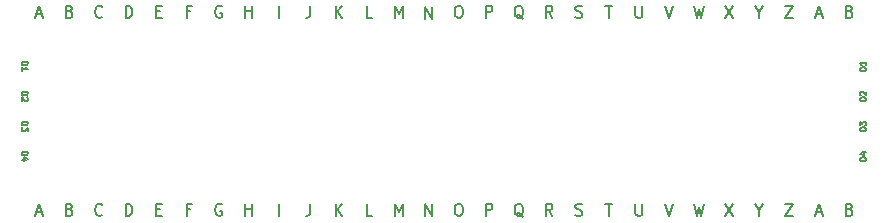
<source format=gbr>
G04 #@! TF.GenerationSoftware,KiCad,Pcbnew,9.0.1*
G04 #@! TF.CreationDate,2025-05-07T17:02:48-04:00*
G04 #@! TF.ProjectId,matrix-protoboard_6x28,6d617472-6978-42d7-9072-6f746f626f61,rev?*
G04 #@! TF.SameCoordinates,Original*
G04 #@! TF.FileFunction,Legend,Top*
G04 #@! TF.FilePolarity,Positive*
%FSLAX46Y46*%
G04 Gerber Fmt 4.6, Leading zero omitted, Abs format (unit mm)*
G04 Created by KiCad (PCBNEW 9.0.1) date 2025-05-07 17:02:48*
%MOMM*%
%LPD*%
G01*
G04 APERTURE LIST*
%ADD10C,0.127000*%
%ADD11C,0.150000*%
G04 APERTURE END LIST*
D10*
X192980406Y-108966095D02*
X192980406Y-108917714D01*
X192980406Y-108917714D02*
X193004596Y-108869333D01*
X193004596Y-108869333D02*
X193028787Y-108845143D01*
X193028787Y-108845143D02*
X193077168Y-108820952D01*
X193077168Y-108820952D02*
X193173930Y-108796762D01*
X193173930Y-108796762D02*
X193294882Y-108796762D01*
X193294882Y-108796762D02*
X193391644Y-108820952D01*
X193391644Y-108820952D02*
X193440025Y-108845143D01*
X193440025Y-108845143D02*
X193464216Y-108869333D01*
X193464216Y-108869333D02*
X193488406Y-108917714D01*
X193488406Y-108917714D02*
X193488406Y-108966095D01*
X193488406Y-108966095D02*
X193464216Y-109014476D01*
X193464216Y-109014476D02*
X193440025Y-109038667D01*
X193440025Y-109038667D02*
X193391644Y-109062857D01*
X193391644Y-109062857D02*
X193294882Y-109087048D01*
X193294882Y-109087048D02*
X193173930Y-109087048D01*
X193173930Y-109087048D02*
X193077168Y-109062857D01*
X193077168Y-109062857D02*
X193028787Y-109038667D01*
X193028787Y-109038667D02*
X193004596Y-109014476D01*
X193004596Y-109014476D02*
X192980406Y-108966095D01*
X193028787Y-108603238D02*
X193004596Y-108579047D01*
X193004596Y-108579047D02*
X192980406Y-108530666D01*
X192980406Y-108530666D02*
X192980406Y-108409714D01*
X192980406Y-108409714D02*
X193004596Y-108361333D01*
X193004596Y-108361333D02*
X193028787Y-108337142D01*
X193028787Y-108337142D02*
X193077168Y-108312952D01*
X193077168Y-108312952D02*
X193125549Y-108312952D01*
X193125549Y-108312952D02*
X193198120Y-108337142D01*
X193198120Y-108337142D02*
X193488406Y-108627428D01*
X193488406Y-108627428D02*
X193488406Y-108312952D01*
D11*
X136294857Y-101519009D02*
X135961524Y-101519009D01*
X135961524Y-102042819D02*
X135961524Y-101042819D01*
X135961524Y-101042819D02*
X136437714Y-101042819D01*
X161290095Y-102042819D02*
X161290095Y-101042819D01*
X161290095Y-101042819D02*
X161671047Y-101042819D01*
X161671047Y-101042819D02*
X161766285Y-101090438D01*
X161766285Y-101090438D02*
X161813904Y-101138057D01*
X161813904Y-101138057D02*
X161861523Y-101233295D01*
X161861523Y-101233295D02*
X161861523Y-101376152D01*
X161861523Y-101376152D02*
X161813904Y-101471390D01*
X161813904Y-101471390D02*
X161766285Y-101519009D01*
X161766285Y-101519009D02*
X161671047Y-101566628D01*
X161671047Y-101566628D02*
X161290095Y-101566628D01*
X143772000Y-102042819D02*
X143772000Y-101042819D01*
X128841523Y-101947580D02*
X128793904Y-101995200D01*
X128793904Y-101995200D02*
X128651047Y-102042819D01*
X128651047Y-102042819D02*
X128555809Y-102042819D01*
X128555809Y-102042819D02*
X128412952Y-101995200D01*
X128412952Y-101995200D02*
X128317714Y-101899961D01*
X128317714Y-101899961D02*
X128270095Y-101804723D01*
X128270095Y-101804723D02*
X128222476Y-101614247D01*
X128222476Y-101614247D02*
X128222476Y-101471390D01*
X128222476Y-101471390D02*
X128270095Y-101280914D01*
X128270095Y-101280914D02*
X128317714Y-101185676D01*
X128317714Y-101185676D02*
X128412952Y-101090438D01*
X128412952Y-101090438D02*
X128555809Y-101042819D01*
X128555809Y-101042819D02*
X128651047Y-101042819D01*
X128651047Y-101042819D02*
X128793904Y-101090438D01*
X128793904Y-101090438D02*
X128841523Y-101138057D01*
D10*
X122529593Y-113513904D02*
X122529593Y-113562285D01*
X122529593Y-113562285D02*
X122505403Y-113610666D01*
X122505403Y-113610666D02*
X122481212Y-113634856D01*
X122481212Y-113634856D02*
X122432831Y-113659047D01*
X122432831Y-113659047D02*
X122336069Y-113683237D01*
X122336069Y-113683237D02*
X122215117Y-113683237D01*
X122215117Y-113683237D02*
X122118355Y-113659047D01*
X122118355Y-113659047D02*
X122069974Y-113634856D01*
X122069974Y-113634856D02*
X122045784Y-113610666D01*
X122045784Y-113610666D02*
X122021593Y-113562285D01*
X122021593Y-113562285D02*
X122021593Y-113513904D01*
X122021593Y-113513904D02*
X122045784Y-113465523D01*
X122045784Y-113465523D02*
X122069974Y-113441332D01*
X122069974Y-113441332D02*
X122118355Y-113417142D01*
X122118355Y-113417142D02*
X122215117Y-113392951D01*
X122215117Y-113392951D02*
X122336069Y-113392951D01*
X122336069Y-113392951D02*
X122432831Y-113417142D01*
X122432831Y-113417142D02*
X122481212Y-113441332D01*
X122481212Y-113441332D02*
X122505403Y-113465523D01*
X122505403Y-113465523D02*
X122529593Y-113513904D01*
X122360260Y-114118666D02*
X122021593Y-114118666D01*
X122553784Y-113997714D02*
X122190926Y-113876761D01*
X122190926Y-113876761D02*
X122190926Y-114191238D01*
D11*
X148590095Y-102042819D02*
X148590095Y-101042819D01*
X149161523Y-102042819D02*
X148732952Y-101471390D01*
X149161523Y-101042819D02*
X148590095Y-101614247D01*
X166941523Y-102042819D02*
X166608190Y-101566628D01*
X166370095Y-102042819D02*
X166370095Y-101042819D01*
X166370095Y-101042819D02*
X166751047Y-101042819D01*
X166751047Y-101042819D02*
X166846285Y-101090438D01*
X166846285Y-101090438D02*
X166893904Y-101138057D01*
X166893904Y-101138057D02*
X166941523Y-101233295D01*
X166941523Y-101233295D02*
X166941523Y-101376152D01*
X166941523Y-101376152D02*
X166893904Y-101471390D01*
X166893904Y-101471390D02*
X166846285Y-101519009D01*
X166846285Y-101519009D02*
X166751047Y-101566628D01*
X166751047Y-101566628D02*
X166370095Y-101566628D01*
D10*
X192980406Y-106426095D02*
X192980406Y-106377714D01*
X192980406Y-106377714D02*
X193004596Y-106329333D01*
X193004596Y-106329333D02*
X193028787Y-106305143D01*
X193028787Y-106305143D02*
X193077168Y-106280952D01*
X193077168Y-106280952D02*
X193173930Y-106256762D01*
X193173930Y-106256762D02*
X193294882Y-106256762D01*
X193294882Y-106256762D02*
X193391644Y-106280952D01*
X193391644Y-106280952D02*
X193440025Y-106305143D01*
X193440025Y-106305143D02*
X193464216Y-106329333D01*
X193464216Y-106329333D02*
X193488406Y-106377714D01*
X193488406Y-106377714D02*
X193488406Y-106426095D01*
X193488406Y-106426095D02*
X193464216Y-106474476D01*
X193464216Y-106474476D02*
X193440025Y-106498667D01*
X193440025Y-106498667D02*
X193391644Y-106522857D01*
X193391644Y-106522857D02*
X193294882Y-106547048D01*
X193294882Y-106547048D02*
X193173930Y-106547048D01*
X193173930Y-106547048D02*
X193077168Y-106522857D01*
X193077168Y-106522857D02*
X193028787Y-106498667D01*
X193028787Y-106498667D02*
X193004596Y-106474476D01*
X193004596Y-106474476D02*
X192980406Y-106426095D01*
X193488406Y-105772952D02*
X193488406Y-106063238D01*
X193488406Y-105918095D02*
X192980406Y-105918095D01*
X192980406Y-105918095D02*
X193052977Y-105966476D01*
X193052977Y-105966476D02*
X193101358Y-106014857D01*
X193101358Y-106014857D02*
X193125549Y-106063238D01*
X192980406Y-111506095D02*
X192980406Y-111457714D01*
X192980406Y-111457714D02*
X193004596Y-111409333D01*
X193004596Y-111409333D02*
X193028787Y-111385143D01*
X193028787Y-111385143D02*
X193077168Y-111360952D01*
X193077168Y-111360952D02*
X193173930Y-111336762D01*
X193173930Y-111336762D02*
X193294882Y-111336762D01*
X193294882Y-111336762D02*
X193391644Y-111360952D01*
X193391644Y-111360952D02*
X193440025Y-111385143D01*
X193440025Y-111385143D02*
X193464216Y-111409333D01*
X193464216Y-111409333D02*
X193488406Y-111457714D01*
X193488406Y-111457714D02*
X193488406Y-111506095D01*
X193488406Y-111506095D02*
X193464216Y-111554476D01*
X193464216Y-111554476D02*
X193440025Y-111578667D01*
X193440025Y-111578667D02*
X193391644Y-111602857D01*
X193391644Y-111602857D02*
X193294882Y-111627048D01*
X193294882Y-111627048D02*
X193173930Y-111627048D01*
X193173930Y-111627048D02*
X193077168Y-111602857D01*
X193077168Y-111602857D02*
X193028787Y-111578667D01*
X193028787Y-111578667D02*
X193004596Y-111554476D01*
X193004596Y-111554476D02*
X192980406Y-111506095D01*
X192980406Y-111167428D02*
X192980406Y-110852952D01*
X192980406Y-110852952D02*
X193173930Y-111022285D01*
X193173930Y-111022285D02*
X193173930Y-110949714D01*
X193173930Y-110949714D02*
X193198120Y-110901333D01*
X193198120Y-110901333D02*
X193222311Y-110877142D01*
X193222311Y-110877142D02*
X193270692Y-110852952D01*
X193270692Y-110852952D02*
X193391644Y-110852952D01*
X193391644Y-110852952D02*
X193440025Y-110877142D01*
X193440025Y-110877142D02*
X193464216Y-110901333D01*
X193464216Y-110901333D02*
X193488406Y-110949714D01*
X193488406Y-110949714D02*
X193488406Y-111094857D01*
X193488406Y-111094857D02*
X193464216Y-111143238D01*
X193464216Y-111143238D02*
X193440025Y-111167428D01*
D11*
X189253905Y-101757104D02*
X189730095Y-101757104D01*
X189158667Y-102042819D02*
X189492000Y-101042819D01*
X189492000Y-101042819D02*
X189825333Y-102042819D01*
X192103428Y-101519009D02*
X192246285Y-101566628D01*
X192246285Y-101566628D02*
X192293904Y-101614247D01*
X192293904Y-101614247D02*
X192341523Y-101709485D01*
X192341523Y-101709485D02*
X192341523Y-101852342D01*
X192341523Y-101852342D02*
X192293904Y-101947580D01*
X192293904Y-101947580D02*
X192246285Y-101995200D01*
X192246285Y-101995200D02*
X192151047Y-102042819D01*
X192151047Y-102042819D02*
X191770095Y-102042819D01*
X191770095Y-102042819D02*
X191770095Y-101042819D01*
X191770095Y-101042819D02*
X192103428Y-101042819D01*
X192103428Y-101042819D02*
X192198666Y-101090438D01*
X192198666Y-101090438D02*
X192246285Y-101138057D01*
X192246285Y-101138057D02*
X192293904Y-101233295D01*
X192293904Y-101233295D02*
X192293904Y-101328533D01*
X192293904Y-101328533D02*
X192246285Y-101423771D01*
X192246285Y-101423771D02*
X192198666Y-101471390D01*
X192198666Y-101471390D02*
X192103428Y-101519009D01*
X192103428Y-101519009D02*
X191770095Y-101519009D01*
X171426286Y-117806819D02*
X171997714Y-117806819D01*
X171712000Y-118806819D02*
X171712000Y-117806819D01*
X186618667Y-101042819D02*
X187285333Y-101042819D01*
X187285333Y-101042819D02*
X186618667Y-102042819D01*
X186618667Y-102042819D02*
X187285333Y-102042819D01*
X168886286Y-101995200D02*
X169029143Y-102042819D01*
X169029143Y-102042819D02*
X169267238Y-102042819D01*
X169267238Y-102042819D02*
X169362476Y-101995200D01*
X169362476Y-101995200D02*
X169410095Y-101947580D01*
X169410095Y-101947580D02*
X169457714Y-101852342D01*
X169457714Y-101852342D02*
X169457714Y-101757104D01*
X169457714Y-101757104D02*
X169410095Y-101661866D01*
X169410095Y-101661866D02*
X169362476Y-101614247D01*
X169362476Y-101614247D02*
X169267238Y-101566628D01*
X169267238Y-101566628D02*
X169076762Y-101519009D01*
X169076762Y-101519009D02*
X168981524Y-101471390D01*
X168981524Y-101471390D02*
X168933905Y-101423771D01*
X168933905Y-101423771D02*
X168886286Y-101328533D01*
X168886286Y-101328533D02*
X168886286Y-101233295D01*
X168886286Y-101233295D02*
X168933905Y-101138057D01*
X168933905Y-101138057D02*
X168981524Y-101090438D01*
X168981524Y-101090438D02*
X169076762Y-101042819D01*
X169076762Y-101042819D02*
X169314857Y-101042819D01*
X169314857Y-101042819D02*
X169457714Y-101090438D01*
X143772000Y-118806819D02*
X143772000Y-117806819D01*
X156757713Y-101133180D02*
X156757713Y-102133180D01*
X156757713Y-102133180D02*
X156186285Y-101133180D01*
X156186285Y-101133180D02*
X156186285Y-102133180D01*
X189253905Y-118521104D02*
X189730095Y-118521104D01*
X189158667Y-118806819D02*
X189492000Y-117806819D01*
X189492000Y-117806819D02*
X189825333Y-118806819D01*
X153598667Y-102042819D02*
X153598667Y-101042819D01*
X153598667Y-101042819D02*
X153932000Y-101757104D01*
X153932000Y-101757104D02*
X154265333Y-101042819D01*
X154265333Y-101042819D02*
X154265333Y-102042819D01*
X146454857Y-101042819D02*
X146454857Y-101757104D01*
X146454857Y-101757104D02*
X146407238Y-101899961D01*
X146407238Y-101899961D02*
X146312000Y-101995200D01*
X146312000Y-101995200D02*
X146169143Y-102042819D01*
X146169143Y-102042819D02*
X146073905Y-102042819D01*
X176458667Y-101042819D02*
X176792000Y-102042819D01*
X176792000Y-102042819D02*
X177125333Y-101042819D01*
X133397714Y-118283009D02*
X133731047Y-118283009D01*
X133873904Y-118806819D02*
X133397714Y-118806819D01*
X133397714Y-118806819D02*
X133397714Y-117806819D01*
X133397714Y-117806819D02*
X133873904Y-117806819D01*
X148590095Y-118806819D02*
X148590095Y-117806819D01*
X149161523Y-118806819D02*
X148732952Y-118235390D01*
X149161523Y-117806819D02*
X148590095Y-118378247D01*
X164472952Y-118902057D02*
X164377714Y-118854438D01*
X164377714Y-118854438D02*
X164282476Y-118759200D01*
X164282476Y-118759200D02*
X164139619Y-118616342D01*
X164139619Y-118616342D02*
X164044381Y-118568723D01*
X164044381Y-118568723D02*
X163949143Y-118568723D01*
X163996762Y-118806819D02*
X163901524Y-118759200D01*
X163901524Y-118759200D02*
X163806286Y-118663961D01*
X163806286Y-118663961D02*
X163758667Y-118473485D01*
X163758667Y-118473485D02*
X163758667Y-118140152D01*
X163758667Y-118140152D02*
X163806286Y-117949676D01*
X163806286Y-117949676D02*
X163901524Y-117854438D01*
X163901524Y-117854438D02*
X163996762Y-117806819D01*
X163996762Y-117806819D02*
X164187238Y-117806819D01*
X164187238Y-117806819D02*
X164282476Y-117854438D01*
X164282476Y-117854438D02*
X164377714Y-117949676D01*
X164377714Y-117949676D02*
X164425333Y-118140152D01*
X164425333Y-118140152D02*
X164425333Y-118473485D01*
X164425333Y-118473485D02*
X164377714Y-118663961D01*
X164377714Y-118663961D02*
X164282476Y-118759200D01*
X164282476Y-118759200D02*
X164187238Y-118806819D01*
X164187238Y-118806819D02*
X163996762Y-118806819D01*
X181538667Y-117806819D02*
X182205333Y-118806819D01*
X182205333Y-117806819D02*
X181538667Y-118806819D01*
X153598667Y-118806819D02*
X153598667Y-117806819D01*
X153598667Y-117806819D02*
X153932000Y-118521104D01*
X153932000Y-118521104D02*
X154265333Y-117806819D01*
X154265333Y-117806819D02*
X154265333Y-118806819D01*
X128841523Y-118711580D02*
X128793904Y-118759200D01*
X128793904Y-118759200D02*
X128651047Y-118806819D01*
X128651047Y-118806819D02*
X128555809Y-118806819D01*
X128555809Y-118806819D02*
X128412952Y-118759200D01*
X128412952Y-118759200D02*
X128317714Y-118663961D01*
X128317714Y-118663961D02*
X128270095Y-118568723D01*
X128270095Y-118568723D02*
X128222476Y-118378247D01*
X128222476Y-118378247D02*
X128222476Y-118235390D01*
X128222476Y-118235390D02*
X128270095Y-118044914D01*
X128270095Y-118044914D02*
X128317714Y-117949676D01*
X128317714Y-117949676D02*
X128412952Y-117854438D01*
X128412952Y-117854438D02*
X128555809Y-117806819D01*
X128555809Y-117806819D02*
X128651047Y-117806819D01*
X128651047Y-117806819D02*
X128793904Y-117854438D01*
X128793904Y-117854438D02*
X128841523Y-117902057D01*
X123213905Y-101757104D02*
X123690095Y-101757104D01*
X123118667Y-102042819D02*
X123452000Y-101042819D01*
X123452000Y-101042819D02*
X123785333Y-102042819D01*
X171426286Y-101042819D02*
X171997714Y-101042819D01*
X171712000Y-102042819D02*
X171712000Y-101042819D01*
X126063428Y-101519009D02*
X126206285Y-101566628D01*
X126206285Y-101566628D02*
X126253904Y-101614247D01*
X126253904Y-101614247D02*
X126301523Y-101709485D01*
X126301523Y-101709485D02*
X126301523Y-101852342D01*
X126301523Y-101852342D02*
X126253904Y-101947580D01*
X126253904Y-101947580D02*
X126206285Y-101995200D01*
X126206285Y-101995200D02*
X126111047Y-102042819D01*
X126111047Y-102042819D02*
X125730095Y-102042819D01*
X125730095Y-102042819D02*
X125730095Y-101042819D01*
X125730095Y-101042819D02*
X126063428Y-101042819D01*
X126063428Y-101042819D02*
X126158666Y-101090438D01*
X126158666Y-101090438D02*
X126206285Y-101138057D01*
X126206285Y-101138057D02*
X126253904Y-101233295D01*
X126253904Y-101233295D02*
X126253904Y-101328533D01*
X126253904Y-101328533D02*
X126206285Y-101423771D01*
X126206285Y-101423771D02*
X126158666Y-101471390D01*
X126158666Y-101471390D02*
X126063428Y-101519009D01*
X126063428Y-101519009D02*
X125730095Y-101519009D01*
X186618667Y-117806819D02*
X187285333Y-117806819D01*
X187285333Y-117806819D02*
X186618667Y-118806819D01*
X186618667Y-118806819D02*
X187285333Y-118806819D01*
X140946286Y-102042819D02*
X140946286Y-101042819D01*
X140946286Y-101519009D02*
X141517714Y-101519009D01*
X141517714Y-102042819D02*
X141517714Y-101042819D01*
X130810095Y-102042819D02*
X130810095Y-101042819D01*
X130810095Y-101042819D02*
X131048190Y-101042819D01*
X131048190Y-101042819D02*
X131191047Y-101090438D01*
X131191047Y-101090438D02*
X131286285Y-101185676D01*
X131286285Y-101185676D02*
X131333904Y-101280914D01*
X131333904Y-101280914D02*
X131381523Y-101471390D01*
X131381523Y-101471390D02*
X131381523Y-101614247D01*
X131381523Y-101614247D02*
X131333904Y-101804723D01*
X131333904Y-101804723D02*
X131286285Y-101899961D01*
X131286285Y-101899961D02*
X131191047Y-101995200D01*
X131191047Y-101995200D02*
X131048190Y-102042819D01*
X131048190Y-102042819D02*
X130810095Y-102042819D01*
X151701523Y-118806819D02*
X151225333Y-118806819D01*
X151225333Y-118806819D02*
X151225333Y-117806819D01*
X166941523Y-118806819D02*
X166608190Y-118330628D01*
X166370095Y-118806819D02*
X166370095Y-117806819D01*
X166370095Y-117806819D02*
X166751047Y-117806819D01*
X166751047Y-117806819D02*
X166846285Y-117854438D01*
X166846285Y-117854438D02*
X166893904Y-117902057D01*
X166893904Y-117902057D02*
X166941523Y-117997295D01*
X166941523Y-117997295D02*
X166941523Y-118140152D01*
X166941523Y-118140152D02*
X166893904Y-118235390D01*
X166893904Y-118235390D02*
X166846285Y-118283009D01*
X166846285Y-118283009D02*
X166751047Y-118330628D01*
X166751047Y-118330628D02*
X166370095Y-118330628D01*
X178903429Y-117806819D02*
X179141524Y-118806819D01*
X179141524Y-118806819D02*
X179332000Y-118092533D01*
X179332000Y-118092533D02*
X179522476Y-118806819D01*
X179522476Y-118806819D02*
X179760572Y-117806819D01*
X181538667Y-101042819D02*
X182205333Y-102042819D01*
X182205333Y-101042819D02*
X181538667Y-102042819D01*
X184412000Y-118330628D02*
X184412000Y-118806819D01*
X184078667Y-117806819D02*
X184412000Y-118330628D01*
X184412000Y-118330628D02*
X184745333Y-117806819D01*
X184412000Y-101566628D02*
X184412000Y-102042819D01*
X184078667Y-101042819D02*
X184412000Y-101566628D01*
X184412000Y-101566628D02*
X184745333Y-101042819D01*
X140946286Y-118806819D02*
X140946286Y-117806819D01*
X140946286Y-118283009D02*
X141517714Y-118283009D01*
X141517714Y-118806819D02*
X141517714Y-117806819D01*
X156186286Y-118806819D02*
X156186286Y-117806819D01*
X156186286Y-117806819D02*
X156757714Y-118806819D01*
X156757714Y-118806819D02*
X156757714Y-117806819D01*
X138953904Y-117854438D02*
X138858666Y-117806819D01*
X138858666Y-117806819D02*
X138715809Y-117806819D01*
X138715809Y-117806819D02*
X138572952Y-117854438D01*
X138572952Y-117854438D02*
X138477714Y-117949676D01*
X138477714Y-117949676D02*
X138430095Y-118044914D01*
X138430095Y-118044914D02*
X138382476Y-118235390D01*
X138382476Y-118235390D02*
X138382476Y-118378247D01*
X138382476Y-118378247D02*
X138430095Y-118568723D01*
X138430095Y-118568723D02*
X138477714Y-118663961D01*
X138477714Y-118663961D02*
X138572952Y-118759200D01*
X138572952Y-118759200D02*
X138715809Y-118806819D01*
X138715809Y-118806819D02*
X138811047Y-118806819D01*
X138811047Y-118806819D02*
X138953904Y-118759200D01*
X138953904Y-118759200D02*
X139001523Y-118711580D01*
X139001523Y-118711580D02*
X139001523Y-118378247D01*
X139001523Y-118378247D02*
X138811047Y-118378247D01*
X164472952Y-102138057D02*
X164377714Y-102090438D01*
X164377714Y-102090438D02*
X164282476Y-101995200D01*
X164282476Y-101995200D02*
X164139619Y-101852342D01*
X164139619Y-101852342D02*
X164044381Y-101804723D01*
X164044381Y-101804723D02*
X163949143Y-101804723D01*
X163996762Y-102042819D02*
X163901524Y-101995200D01*
X163901524Y-101995200D02*
X163806286Y-101899961D01*
X163806286Y-101899961D02*
X163758667Y-101709485D01*
X163758667Y-101709485D02*
X163758667Y-101376152D01*
X163758667Y-101376152D02*
X163806286Y-101185676D01*
X163806286Y-101185676D02*
X163901524Y-101090438D01*
X163901524Y-101090438D02*
X163996762Y-101042819D01*
X163996762Y-101042819D02*
X164187238Y-101042819D01*
X164187238Y-101042819D02*
X164282476Y-101090438D01*
X164282476Y-101090438D02*
X164377714Y-101185676D01*
X164377714Y-101185676D02*
X164425333Y-101376152D01*
X164425333Y-101376152D02*
X164425333Y-101709485D01*
X164425333Y-101709485D02*
X164377714Y-101899961D01*
X164377714Y-101899961D02*
X164282476Y-101995200D01*
X164282476Y-101995200D02*
X164187238Y-102042819D01*
X164187238Y-102042819D02*
X163996762Y-102042819D01*
X136294857Y-118283009D02*
X135961524Y-118283009D01*
X135961524Y-118806819D02*
X135961524Y-117806819D01*
X135961524Y-117806819D02*
X136437714Y-117806819D01*
X168886286Y-118759200D02*
X169029143Y-118806819D01*
X169029143Y-118806819D02*
X169267238Y-118806819D01*
X169267238Y-118806819D02*
X169362476Y-118759200D01*
X169362476Y-118759200D02*
X169410095Y-118711580D01*
X169410095Y-118711580D02*
X169457714Y-118616342D01*
X169457714Y-118616342D02*
X169457714Y-118521104D01*
X169457714Y-118521104D02*
X169410095Y-118425866D01*
X169410095Y-118425866D02*
X169362476Y-118378247D01*
X169362476Y-118378247D02*
X169267238Y-118330628D01*
X169267238Y-118330628D02*
X169076762Y-118283009D01*
X169076762Y-118283009D02*
X168981524Y-118235390D01*
X168981524Y-118235390D02*
X168933905Y-118187771D01*
X168933905Y-118187771D02*
X168886286Y-118092533D01*
X168886286Y-118092533D02*
X168886286Y-117997295D01*
X168886286Y-117997295D02*
X168933905Y-117902057D01*
X168933905Y-117902057D02*
X168981524Y-117854438D01*
X168981524Y-117854438D02*
X169076762Y-117806819D01*
X169076762Y-117806819D02*
X169314857Y-117806819D01*
X169314857Y-117806819D02*
X169457714Y-117854438D01*
D10*
X192980406Y-114046095D02*
X192980406Y-113997714D01*
X192980406Y-113997714D02*
X193004596Y-113949333D01*
X193004596Y-113949333D02*
X193028787Y-113925143D01*
X193028787Y-113925143D02*
X193077168Y-113900952D01*
X193077168Y-113900952D02*
X193173930Y-113876762D01*
X193173930Y-113876762D02*
X193294882Y-113876762D01*
X193294882Y-113876762D02*
X193391644Y-113900952D01*
X193391644Y-113900952D02*
X193440025Y-113925143D01*
X193440025Y-113925143D02*
X193464216Y-113949333D01*
X193464216Y-113949333D02*
X193488406Y-113997714D01*
X193488406Y-113997714D02*
X193488406Y-114046095D01*
X193488406Y-114046095D02*
X193464216Y-114094476D01*
X193464216Y-114094476D02*
X193440025Y-114118667D01*
X193440025Y-114118667D02*
X193391644Y-114142857D01*
X193391644Y-114142857D02*
X193294882Y-114167048D01*
X193294882Y-114167048D02*
X193173930Y-114167048D01*
X193173930Y-114167048D02*
X193077168Y-114142857D01*
X193077168Y-114142857D02*
X193028787Y-114118667D01*
X193028787Y-114118667D02*
X193004596Y-114094476D01*
X193004596Y-114094476D02*
X192980406Y-114046095D01*
X193149739Y-113441333D02*
X193488406Y-113441333D01*
X192956216Y-113562285D02*
X193319073Y-113683238D01*
X193319073Y-113683238D02*
X193319073Y-113368761D01*
D11*
X173966286Y-101042819D02*
X173966286Y-101852342D01*
X173966286Y-101852342D02*
X174013905Y-101947580D01*
X174013905Y-101947580D02*
X174061524Y-101995200D01*
X174061524Y-101995200D02*
X174156762Y-102042819D01*
X174156762Y-102042819D02*
X174347238Y-102042819D01*
X174347238Y-102042819D02*
X174442476Y-101995200D01*
X174442476Y-101995200D02*
X174490095Y-101947580D01*
X174490095Y-101947580D02*
X174537714Y-101852342D01*
X174537714Y-101852342D02*
X174537714Y-101042819D01*
D10*
X122529593Y-105893904D02*
X122529593Y-105942285D01*
X122529593Y-105942285D02*
X122505403Y-105990666D01*
X122505403Y-105990666D02*
X122481212Y-106014856D01*
X122481212Y-106014856D02*
X122432831Y-106039047D01*
X122432831Y-106039047D02*
X122336069Y-106063237D01*
X122336069Y-106063237D02*
X122215117Y-106063237D01*
X122215117Y-106063237D02*
X122118355Y-106039047D01*
X122118355Y-106039047D02*
X122069974Y-106014856D01*
X122069974Y-106014856D02*
X122045784Y-105990666D01*
X122045784Y-105990666D02*
X122021593Y-105942285D01*
X122021593Y-105942285D02*
X122021593Y-105893904D01*
X122021593Y-105893904D02*
X122045784Y-105845523D01*
X122045784Y-105845523D02*
X122069974Y-105821332D01*
X122069974Y-105821332D02*
X122118355Y-105797142D01*
X122118355Y-105797142D02*
X122215117Y-105772951D01*
X122215117Y-105772951D02*
X122336069Y-105772951D01*
X122336069Y-105772951D02*
X122432831Y-105797142D01*
X122432831Y-105797142D02*
X122481212Y-105821332D01*
X122481212Y-105821332D02*
X122505403Y-105845523D01*
X122505403Y-105845523D02*
X122529593Y-105893904D01*
X122021593Y-106547047D02*
X122021593Y-106256761D01*
X122021593Y-106401904D02*
X122529593Y-106401904D01*
X122529593Y-106401904D02*
X122457022Y-106353523D01*
X122457022Y-106353523D02*
X122408641Y-106305142D01*
X122408641Y-106305142D02*
X122384450Y-106256761D01*
D11*
X173966286Y-117806819D02*
X173966286Y-118616342D01*
X173966286Y-118616342D02*
X174013905Y-118711580D01*
X174013905Y-118711580D02*
X174061524Y-118759200D01*
X174061524Y-118759200D02*
X174156762Y-118806819D01*
X174156762Y-118806819D02*
X174347238Y-118806819D01*
X174347238Y-118806819D02*
X174442476Y-118759200D01*
X174442476Y-118759200D02*
X174490095Y-118711580D01*
X174490095Y-118711580D02*
X174537714Y-118616342D01*
X174537714Y-118616342D02*
X174537714Y-117806819D01*
D10*
X122529593Y-108433904D02*
X122529593Y-108482285D01*
X122529593Y-108482285D02*
X122505403Y-108530666D01*
X122505403Y-108530666D02*
X122481212Y-108554856D01*
X122481212Y-108554856D02*
X122432831Y-108579047D01*
X122432831Y-108579047D02*
X122336069Y-108603237D01*
X122336069Y-108603237D02*
X122215117Y-108603237D01*
X122215117Y-108603237D02*
X122118355Y-108579047D01*
X122118355Y-108579047D02*
X122069974Y-108554856D01*
X122069974Y-108554856D02*
X122045784Y-108530666D01*
X122045784Y-108530666D02*
X122021593Y-108482285D01*
X122021593Y-108482285D02*
X122021593Y-108433904D01*
X122021593Y-108433904D02*
X122045784Y-108385523D01*
X122045784Y-108385523D02*
X122069974Y-108361332D01*
X122069974Y-108361332D02*
X122118355Y-108337142D01*
X122118355Y-108337142D02*
X122215117Y-108312951D01*
X122215117Y-108312951D02*
X122336069Y-108312951D01*
X122336069Y-108312951D02*
X122432831Y-108337142D01*
X122432831Y-108337142D02*
X122481212Y-108361332D01*
X122481212Y-108361332D02*
X122505403Y-108385523D01*
X122505403Y-108385523D02*
X122529593Y-108433904D01*
X122481212Y-108796761D02*
X122505403Y-108820952D01*
X122505403Y-108820952D02*
X122529593Y-108869333D01*
X122529593Y-108869333D02*
X122529593Y-108990285D01*
X122529593Y-108990285D02*
X122505403Y-109038666D01*
X122505403Y-109038666D02*
X122481212Y-109062857D01*
X122481212Y-109062857D02*
X122432831Y-109087047D01*
X122432831Y-109087047D02*
X122384450Y-109087047D01*
X122384450Y-109087047D02*
X122311879Y-109062857D01*
X122311879Y-109062857D02*
X122021593Y-108772571D01*
X122021593Y-108772571D02*
X122021593Y-109087047D01*
D11*
X138953904Y-101090438D02*
X138858666Y-101042819D01*
X138858666Y-101042819D02*
X138715809Y-101042819D01*
X138715809Y-101042819D02*
X138572952Y-101090438D01*
X138572952Y-101090438D02*
X138477714Y-101185676D01*
X138477714Y-101185676D02*
X138430095Y-101280914D01*
X138430095Y-101280914D02*
X138382476Y-101471390D01*
X138382476Y-101471390D02*
X138382476Y-101614247D01*
X138382476Y-101614247D02*
X138430095Y-101804723D01*
X138430095Y-101804723D02*
X138477714Y-101899961D01*
X138477714Y-101899961D02*
X138572952Y-101995200D01*
X138572952Y-101995200D02*
X138715809Y-102042819D01*
X138715809Y-102042819D02*
X138811047Y-102042819D01*
X138811047Y-102042819D02*
X138953904Y-101995200D01*
X138953904Y-101995200D02*
X139001523Y-101947580D01*
X139001523Y-101947580D02*
X139001523Y-101614247D01*
X139001523Y-101614247D02*
X138811047Y-101614247D01*
X151701523Y-102042819D02*
X151225333Y-102042819D01*
X151225333Y-102042819D02*
X151225333Y-101042819D01*
X158916762Y-117806819D02*
X159107238Y-117806819D01*
X159107238Y-117806819D02*
X159202476Y-117854438D01*
X159202476Y-117854438D02*
X159297714Y-117949676D01*
X159297714Y-117949676D02*
X159345333Y-118140152D01*
X159345333Y-118140152D02*
X159345333Y-118473485D01*
X159345333Y-118473485D02*
X159297714Y-118663961D01*
X159297714Y-118663961D02*
X159202476Y-118759200D01*
X159202476Y-118759200D02*
X159107238Y-118806819D01*
X159107238Y-118806819D02*
X158916762Y-118806819D01*
X158916762Y-118806819D02*
X158821524Y-118759200D01*
X158821524Y-118759200D02*
X158726286Y-118663961D01*
X158726286Y-118663961D02*
X158678667Y-118473485D01*
X158678667Y-118473485D02*
X158678667Y-118140152D01*
X158678667Y-118140152D02*
X158726286Y-117949676D01*
X158726286Y-117949676D02*
X158821524Y-117854438D01*
X158821524Y-117854438D02*
X158916762Y-117806819D01*
X161290095Y-118806819D02*
X161290095Y-117806819D01*
X161290095Y-117806819D02*
X161671047Y-117806819D01*
X161671047Y-117806819D02*
X161766285Y-117854438D01*
X161766285Y-117854438D02*
X161813904Y-117902057D01*
X161813904Y-117902057D02*
X161861523Y-117997295D01*
X161861523Y-117997295D02*
X161861523Y-118140152D01*
X161861523Y-118140152D02*
X161813904Y-118235390D01*
X161813904Y-118235390D02*
X161766285Y-118283009D01*
X161766285Y-118283009D02*
X161671047Y-118330628D01*
X161671047Y-118330628D02*
X161290095Y-118330628D01*
X123213905Y-118521104D02*
X123690095Y-118521104D01*
X123118667Y-118806819D02*
X123452000Y-117806819D01*
X123452000Y-117806819D02*
X123785333Y-118806819D01*
X126063428Y-118283009D02*
X126206285Y-118330628D01*
X126206285Y-118330628D02*
X126253904Y-118378247D01*
X126253904Y-118378247D02*
X126301523Y-118473485D01*
X126301523Y-118473485D02*
X126301523Y-118616342D01*
X126301523Y-118616342D02*
X126253904Y-118711580D01*
X126253904Y-118711580D02*
X126206285Y-118759200D01*
X126206285Y-118759200D02*
X126111047Y-118806819D01*
X126111047Y-118806819D02*
X125730095Y-118806819D01*
X125730095Y-118806819D02*
X125730095Y-117806819D01*
X125730095Y-117806819D02*
X126063428Y-117806819D01*
X126063428Y-117806819D02*
X126158666Y-117854438D01*
X126158666Y-117854438D02*
X126206285Y-117902057D01*
X126206285Y-117902057D02*
X126253904Y-117997295D01*
X126253904Y-117997295D02*
X126253904Y-118092533D01*
X126253904Y-118092533D02*
X126206285Y-118187771D01*
X126206285Y-118187771D02*
X126158666Y-118235390D01*
X126158666Y-118235390D02*
X126063428Y-118283009D01*
X126063428Y-118283009D02*
X125730095Y-118283009D01*
X130810095Y-118806819D02*
X130810095Y-117806819D01*
X130810095Y-117806819D02*
X131048190Y-117806819D01*
X131048190Y-117806819D02*
X131191047Y-117854438D01*
X131191047Y-117854438D02*
X131286285Y-117949676D01*
X131286285Y-117949676D02*
X131333904Y-118044914D01*
X131333904Y-118044914D02*
X131381523Y-118235390D01*
X131381523Y-118235390D02*
X131381523Y-118378247D01*
X131381523Y-118378247D02*
X131333904Y-118568723D01*
X131333904Y-118568723D02*
X131286285Y-118663961D01*
X131286285Y-118663961D02*
X131191047Y-118759200D01*
X131191047Y-118759200D02*
X131048190Y-118806819D01*
X131048190Y-118806819D02*
X130810095Y-118806819D01*
D10*
X122529593Y-110973904D02*
X122529593Y-111022285D01*
X122529593Y-111022285D02*
X122505403Y-111070666D01*
X122505403Y-111070666D02*
X122481212Y-111094856D01*
X122481212Y-111094856D02*
X122432831Y-111119047D01*
X122432831Y-111119047D02*
X122336069Y-111143237D01*
X122336069Y-111143237D02*
X122215117Y-111143237D01*
X122215117Y-111143237D02*
X122118355Y-111119047D01*
X122118355Y-111119047D02*
X122069974Y-111094856D01*
X122069974Y-111094856D02*
X122045784Y-111070666D01*
X122045784Y-111070666D02*
X122021593Y-111022285D01*
X122021593Y-111022285D02*
X122021593Y-110973904D01*
X122021593Y-110973904D02*
X122045784Y-110925523D01*
X122045784Y-110925523D02*
X122069974Y-110901332D01*
X122069974Y-110901332D02*
X122118355Y-110877142D01*
X122118355Y-110877142D02*
X122215117Y-110852951D01*
X122215117Y-110852951D02*
X122336069Y-110852951D01*
X122336069Y-110852951D02*
X122432831Y-110877142D01*
X122432831Y-110877142D02*
X122481212Y-110901332D01*
X122481212Y-110901332D02*
X122505403Y-110925523D01*
X122505403Y-110925523D02*
X122529593Y-110973904D01*
X122529593Y-111312571D02*
X122529593Y-111627047D01*
X122529593Y-111627047D02*
X122336069Y-111457714D01*
X122336069Y-111457714D02*
X122336069Y-111530285D01*
X122336069Y-111530285D02*
X122311879Y-111578666D01*
X122311879Y-111578666D02*
X122287688Y-111602857D01*
X122287688Y-111602857D02*
X122239307Y-111627047D01*
X122239307Y-111627047D02*
X122118355Y-111627047D01*
X122118355Y-111627047D02*
X122069974Y-111602857D01*
X122069974Y-111602857D02*
X122045784Y-111578666D01*
X122045784Y-111578666D02*
X122021593Y-111530285D01*
X122021593Y-111530285D02*
X122021593Y-111385142D01*
X122021593Y-111385142D02*
X122045784Y-111336761D01*
X122045784Y-111336761D02*
X122069974Y-111312571D01*
D11*
X192103428Y-118283009D02*
X192246285Y-118330628D01*
X192246285Y-118330628D02*
X192293904Y-118378247D01*
X192293904Y-118378247D02*
X192341523Y-118473485D01*
X192341523Y-118473485D02*
X192341523Y-118616342D01*
X192341523Y-118616342D02*
X192293904Y-118711580D01*
X192293904Y-118711580D02*
X192246285Y-118759200D01*
X192246285Y-118759200D02*
X192151047Y-118806819D01*
X192151047Y-118806819D02*
X191770095Y-118806819D01*
X191770095Y-118806819D02*
X191770095Y-117806819D01*
X191770095Y-117806819D02*
X192103428Y-117806819D01*
X192103428Y-117806819D02*
X192198666Y-117854438D01*
X192198666Y-117854438D02*
X192246285Y-117902057D01*
X192246285Y-117902057D02*
X192293904Y-117997295D01*
X192293904Y-117997295D02*
X192293904Y-118092533D01*
X192293904Y-118092533D02*
X192246285Y-118187771D01*
X192246285Y-118187771D02*
X192198666Y-118235390D01*
X192198666Y-118235390D02*
X192103428Y-118283009D01*
X192103428Y-118283009D02*
X191770095Y-118283009D01*
X176458667Y-117806819D02*
X176792000Y-118806819D01*
X176792000Y-118806819D02*
X177125333Y-117806819D01*
X178903429Y-101042819D02*
X179141524Y-102042819D01*
X179141524Y-102042819D02*
X179332000Y-101328533D01*
X179332000Y-101328533D02*
X179522476Y-102042819D01*
X179522476Y-102042819D02*
X179760572Y-101042819D01*
X146454857Y-117806819D02*
X146454857Y-118521104D01*
X146454857Y-118521104D02*
X146407238Y-118663961D01*
X146407238Y-118663961D02*
X146312000Y-118759200D01*
X146312000Y-118759200D02*
X146169143Y-118806819D01*
X146169143Y-118806819D02*
X146073905Y-118806819D01*
X158916762Y-101042819D02*
X159107238Y-101042819D01*
X159107238Y-101042819D02*
X159202476Y-101090438D01*
X159202476Y-101090438D02*
X159297714Y-101185676D01*
X159297714Y-101185676D02*
X159345333Y-101376152D01*
X159345333Y-101376152D02*
X159345333Y-101709485D01*
X159345333Y-101709485D02*
X159297714Y-101899961D01*
X159297714Y-101899961D02*
X159202476Y-101995200D01*
X159202476Y-101995200D02*
X159107238Y-102042819D01*
X159107238Y-102042819D02*
X158916762Y-102042819D01*
X158916762Y-102042819D02*
X158821524Y-101995200D01*
X158821524Y-101995200D02*
X158726286Y-101899961D01*
X158726286Y-101899961D02*
X158678667Y-101709485D01*
X158678667Y-101709485D02*
X158678667Y-101376152D01*
X158678667Y-101376152D02*
X158726286Y-101185676D01*
X158726286Y-101185676D02*
X158821524Y-101090438D01*
X158821524Y-101090438D02*
X158916762Y-101042819D01*
X133397714Y-101519009D02*
X133731047Y-101519009D01*
X133873904Y-102042819D02*
X133397714Y-102042819D01*
X133397714Y-102042819D02*
X133397714Y-101042819D01*
X133397714Y-101042819D02*
X133873904Y-101042819D01*
%LPC*%
G36*
X120653479Y-116135919D02*
G01*
X120847488Y-116198957D01*
X121029248Y-116291568D01*
X121194282Y-116411472D01*
X121338528Y-116555718D01*
X121458432Y-116720752D01*
X121551043Y-116902512D01*
X121614081Y-117096521D01*
X121645993Y-117298003D01*
X121645993Y-117501997D01*
X121614081Y-117703479D01*
X121551043Y-117897488D01*
X121458432Y-118079248D01*
X121338528Y-118244282D01*
X121194282Y-118388528D01*
X121029248Y-118508432D01*
X120847488Y-118601043D01*
X120653479Y-118664081D01*
X120451997Y-118695993D01*
X120248003Y-118695993D01*
X120046521Y-118664081D01*
X119852512Y-118601043D01*
X119670752Y-118508432D01*
X119505718Y-118388528D01*
X119361472Y-118244282D01*
X119241568Y-118079248D01*
X119148957Y-117897488D01*
X119085919Y-117703479D01*
X119054007Y-117501997D01*
X119054007Y-117298003D01*
X119085919Y-117096521D01*
X119148957Y-116902512D01*
X119241568Y-116720752D01*
X119361472Y-116555718D01*
X119505718Y-116411472D01*
X119670752Y-116291568D01*
X119852512Y-116198957D01*
X120046521Y-116135919D01*
X120248003Y-116104007D01*
X120451997Y-116104007D01*
X120653479Y-116135919D01*
G37*
G36*
X195453479Y-116135919D02*
G01*
X195647488Y-116198957D01*
X195829248Y-116291568D01*
X195994282Y-116411472D01*
X196138528Y-116555718D01*
X196258432Y-116720752D01*
X196351043Y-116902512D01*
X196414081Y-117096521D01*
X196445993Y-117298003D01*
X196445993Y-117501997D01*
X196414081Y-117703479D01*
X196351043Y-117897488D01*
X196258432Y-118079248D01*
X196138528Y-118244282D01*
X195994282Y-118388528D01*
X195829248Y-118508432D01*
X195647488Y-118601043D01*
X195453479Y-118664081D01*
X195251997Y-118695993D01*
X195048003Y-118695993D01*
X194846521Y-118664081D01*
X194652512Y-118601043D01*
X194470752Y-118508432D01*
X194305718Y-118388528D01*
X194161472Y-118244282D01*
X194041568Y-118079248D01*
X193948957Y-117897488D01*
X193885919Y-117703479D01*
X193854007Y-117501997D01*
X193854007Y-117298003D01*
X193885919Y-117096521D01*
X193948957Y-116902512D01*
X194041568Y-116720752D01*
X194161472Y-116555718D01*
X194305718Y-116411472D01*
X194470752Y-116291568D01*
X194652512Y-116198957D01*
X194846521Y-116135919D01*
X195048003Y-116104007D01*
X195251997Y-116104007D01*
X195453479Y-116135919D01*
G37*
G36*
X124759082Y-102588846D02*
G01*
X124831176Y-102618714D01*
X124861492Y-102643598D01*
X125112621Y-102894800D01*
X125149369Y-102910028D01*
X125263599Y-102910048D01*
X125263613Y-102910049D01*
X125269956Y-102910051D01*
X125281333Y-102912315D01*
X125317081Y-102916887D01*
X125326487Y-102921304D01*
X125346472Y-102925282D01*
X125354766Y-102930825D01*
X125400285Y-102927404D01*
X125417305Y-102916031D01*
X125419046Y-102914291D01*
X125565743Y-102816271D01*
X125728744Y-102748754D01*
X125901785Y-102714334D01*
X126078215Y-102714334D01*
X126251256Y-102748754D01*
X126414257Y-102816271D01*
X126560954Y-102914291D01*
X126562695Y-102916032D01*
X126579713Y-102927403D01*
X126625230Y-102930825D01*
X126633527Y-102925281D01*
X126653508Y-102921303D01*
X126662913Y-102916888D01*
X126698642Y-102912320D01*
X126710045Y-102910051D01*
X126729275Y-102910047D01*
X126830629Y-102910029D01*
X126867378Y-102894800D01*
X127114827Y-102647281D01*
X127114827Y-102647280D01*
X127118507Y-102643600D01*
X127148824Y-102618714D01*
X127220917Y-102588846D01*
X127259951Y-102585000D01*
X127260050Y-102585000D01*
X127299082Y-102588846D01*
X127371176Y-102618714D01*
X127401492Y-102643598D01*
X127652621Y-102894800D01*
X127689369Y-102910028D01*
X127803599Y-102910048D01*
X127803613Y-102910049D01*
X127809956Y-102910051D01*
X127821333Y-102912315D01*
X127857081Y-102916887D01*
X127866487Y-102921304D01*
X127886472Y-102925282D01*
X127894766Y-102930825D01*
X127940285Y-102927404D01*
X127957305Y-102916031D01*
X127959046Y-102914291D01*
X128105743Y-102816271D01*
X128268744Y-102748754D01*
X128441785Y-102714334D01*
X128618215Y-102714334D01*
X128791256Y-102748754D01*
X128954257Y-102816271D01*
X129100954Y-102914291D01*
X129102695Y-102916032D01*
X129119713Y-102927403D01*
X129165230Y-102930825D01*
X129173527Y-102925281D01*
X129193508Y-102921303D01*
X129202913Y-102916888D01*
X129238642Y-102912320D01*
X129250045Y-102910051D01*
X129269275Y-102910047D01*
X129370629Y-102910029D01*
X129407378Y-102894800D01*
X129654827Y-102647281D01*
X129654827Y-102647280D01*
X129658507Y-102643600D01*
X129688824Y-102618714D01*
X129760917Y-102588846D01*
X129799951Y-102585000D01*
X129800050Y-102585000D01*
X129839082Y-102588846D01*
X129911176Y-102618714D01*
X129941492Y-102643598D01*
X130192621Y-102894800D01*
X130229369Y-102910028D01*
X130343599Y-102910048D01*
X130343613Y-102910049D01*
X130349956Y-102910051D01*
X130361333Y-102912315D01*
X130397081Y-102916887D01*
X130406487Y-102921304D01*
X130426472Y-102925282D01*
X130434766Y-102930825D01*
X130480285Y-102927404D01*
X130497305Y-102916031D01*
X130499046Y-102914291D01*
X130645743Y-102816271D01*
X130808744Y-102748754D01*
X130981785Y-102714334D01*
X131158215Y-102714334D01*
X131331256Y-102748754D01*
X131494257Y-102816271D01*
X131640954Y-102914291D01*
X131642695Y-102916032D01*
X131659713Y-102927403D01*
X131705230Y-102930825D01*
X131713527Y-102925281D01*
X131733508Y-102921303D01*
X131742913Y-102916888D01*
X131778642Y-102912320D01*
X131790045Y-102910051D01*
X131809275Y-102910047D01*
X131910629Y-102910029D01*
X131947378Y-102894800D01*
X132194827Y-102647281D01*
X132194827Y-102647280D01*
X132198507Y-102643600D01*
X132228824Y-102618714D01*
X132300917Y-102588846D01*
X132339951Y-102585000D01*
X132340050Y-102585000D01*
X132379082Y-102588846D01*
X132451176Y-102618714D01*
X132481492Y-102643598D01*
X132732621Y-102894800D01*
X132769369Y-102910028D01*
X132883599Y-102910048D01*
X132883613Y-102910049D01*
X132889956Y-102910051D01*
X132901333Y-102912315D01*
X132937081Y-102916887D01*
X132946487Y-102921304D01*
X132966472Y-102925282D01*
X132974766Y-102930825D01*
X133020285Y-102927404D01*
X133037305Y-102916031D01*
X133039046Y-102914291D01*
X133185743Y-102816271D01*
X133348744Y-102748754D01*
X133521785Y-102714334D01*
X133698215Y-102714334D01*
X133871256Y-102748754D01*
X134034257Y-102816271D01*
X134180954Y-102914291D01*
X134182695Y-102916032D01*
X134199713Y-102927403D01*
X134245230Y-102930825D01*
X134253527Y-102925281D01*
X134273508Y-102921303D01*
X134282913Y-102916888D01*
X134318642Y-102912320D01*
X134330045Y-102910051D01*
X134349275Y-102910047D01*
X134450629Y-102910029D01*
X134487378Y-102894800D01*
X134734827Y-102647281D01*
X134734827Y-102647280D01*
X134738507Y-102643600D01*
X134768824Y-102618714D01*
X134840917Y-102588846D01*
X134879951Y-102585000D01*
X134880050Y-102585000D01*
X134919082Y-102588846D01*
X134991176Y-102618714D01*
X135021492Y-102643598D01*
X135272621Y-102894800D01*
X135309369Y-102910028D01*
X135423599Y-102910048D01*
X135423613Y-102910049D01*
X135429956Y-102910051D01*
X135441333Y-102912315D01*
X135477081Y-102916887D01*
X135486487Y-102921304D01*
X135506472Y-102925282D01*
X135514766Y-102930825D01*
X135560285Y-102927404D01*
X135577305Y-102916031D01*
X135579046Y-102914291D01*
X135725743Y-102816271D01*
X135888744Y-102748754D01*
X136061785Y-102714334D01*
X136238215Y-102714334D01*
X136411256Y-102748754D01*
X136574257Y-102816271D01*
X136720954Y-102914291D01*
X136722695Y-102916032D01*
X136739713Y-102927403D01*
X136785230Y-102930825D01*
X136793527Y-102925281D01*
X136813508Y-102921303D01*
X136822913Y-102916888D01*
X136858642Y-102912320D01*
X136870045Y-102910051D01*
X136889275Y-102910047D01*
X136990629Y-102910029D01*
X137027378Y-102894800D01*
X137274827Y-102647281D01*
X137274827Y-102647280D01*
X137278507Y-102643600D01*
X137308824Y-102618714D01*
X137380917Y-102588846D01*
X137419951Y-102585000D01*
X137420050Y-102585000D01*
X137459082Y-102588846D01*
X137531176Y-102618714D01*
X137561492Y-102643598D01*
X137812621Y-102894800D01*
X137849369Y-102910028D01*
X137963599Y-102910048D01*
X137963613Y-102910049D01*
X137969956Y-102910051D01*
X137981333Y-102912315D01*
X138017081Y-102916887D01*
X138026487Y-102921304D01*
X138046472Y-102925282D01*
X138054766Y-102930825D01*
X138100285Y-102927404D01*
X138117305Y-102916031D01*
X138119046Y-102914291D01*
X138265743Y-102816271D01*
X138428744Y-102748754D01*
X138601785Y-102714334D01*
X138778215Y-102714334D01*
X138951256Y-102748754D01*
X139114257Y-102816271D01*
X139260954Y-102914291D01*
X139262695Y-102916032D01*
X139279713Y-102927403D01*
X139325230Y-102930825D01*
X139333527Y-102925281D01*
X139353508Y-102921303D01*
X139362913Y-102916888D01*
X139398642Y-102912320D01*
X139410045Y-102910051D01*
X139429275Y-102910047D01*
X139530629Y-102910029D01*
X139567378Y-102894800D01*
X139814827Y-102647281D01*
X139814827Y-102647280D01*
X139818507Y-102643600D01*
X139848824Y-102618714D01*
X139920917Y-102588846D01*
X139959951Y-102585000D01*
X139960050Y-102585000D01*
X139999082Y-102588846D01*
X140071176Y-102618714D01*
X140101492Y-102643598D01*
X140352621Y-102894800D01*
X140389369Y-102910028D01*
X140503599Y-102910048D01*
X140503613Y-102910049D01*
X140509956Y-102910051D01*
X140521333Y-102912315D01*
X140557081Y-102916887D01*
X140566487Y-102921304D01*
X140586472Y-102925282D01*
X140594766Y-102930825D01*
X140640285Y-102927404D01*
X140657305Y-102916031D01*
X140659046Y-102914291D01*
X140805743Y-102816271D01*
X140968744Y-102748754D01*
X141141785Y-102714334D01*
X141318215Y-102714334D01*
X141491256Y-102748754D01*
X141654257Y-102816271D01*
X141800954Y-102914291D01*
X141802695Y-102916032D01*
X141819713Y-102927403D01*
X141865230Y-102930825D01*
X141873527Y-102925281D01*
X141893508Y-102921303D01*
X141902913Y-102916888D01*
X141938642Y-102912320D01*
X141950045Y-102910051D01*
X141969275Y-102910047D01*
X142070629Y-102910029D01*
X142107378Y-102894800D01*
X142354827Y-102647281D01*
X142354827Y-102647280D01*
X142358507Y-102643600D01*
X142388824Y-102618714D01*
X142460917Y-102588846D01*
X142499951Y-102585000D01*
X142500050Y-102585000D01*
X142539082Y-102588846D01*
X142611176Y-102618714D01*
X142641492Y-102643598D01*
X142892621Y-102894800D01*
X142929369Y-102910028D01*
X143043599Y-102910048D01*
X143043613Y-102910049D01*
X143049956Y-102910051D01*
X143061333Y-102912315D01*
X143097081Y-102916887D01*
X143106487Y-102921304D01*
X143126472Y-102925282D01*
X143134766Y-102930825D01*
X143180285Y-102927404D01*
X143197305Y-102916031D01*
X143199046Y-102914291D01*
X143345743Y-102816271D01*
X143508744Y-102748754D01*
X143681785Y-102714334D01*
X143858215Y-102714334D01*
X144031256Y-102748754D01*
X144194257Y-102816271D01*
X144340954Y-102914291D01*
X144342695Y-102916032D01*
X144359713Y-102927403D01*
X144405230Y-102930825D01*
X144413527Y-102925281D01*
X144433508Y-102921303D01*
X144442913Y-102916888D01*
X144478642Y-102912320D01*
X144490045Y-102910051D01*
X144509275Y-102910047D01*
X144610629Y-102910029D01*
X144647378Y-102894800D01*
X144894827Y-102647281D01*
X144894827Y-102647280D01*
X144898507Y-102643600D01*
X144928824Y-102618714D01*
X145000917Y-102588846D01*
X145039951Y-102585000D01*
X145040050Y-102585000D01*
X145079082Y-102588846D01*
X145151176Y-102618714D01*
X145181492Y-102643598D01*
X145432621Y-102894800D01*
X145469369Y-102910028D01*
X145583599Y-102910048D01*
X145583613Y-102910049D01*
X145589956Y-102910051D01*
X145601333Y-102912315D01*
X145637081Y-102916887D01*
X145646487Y-102921304D01*
X145666472Y-102925282D01*
X145674766Y-102930825D01*
X145720285Y-102927404D01*
X145737305Y-102916031D01*
X145739046Y-102914291D01*
X145885743Y-102816271D01*
X146048744Y-102748754D01*
X146221785Y-102714334D01*
X146398215Y-102714334D01*
X146571256Y-102748754D01*
X146734257Y-102816271D01*
X146880954Y-102914291D01*
X146882695Y-102916032D01*
X146899713Y-102927403D01*
X146945230Y-102930825D01*
X146953527Y-102925281D01*
X146973508Y-102921303D01*
X146982913Y-102916888D01*
X147018642Y-102912320D01*
X147030045Y-102910051D01*
X147049275Y-102910047D01*
X147150629Y-102910029D01*
X147187378Y-102894800D01*
X147434827Y-102647281D01*
X147434827Y-102647280D01*
X147438507Y-102643600D01*
X147468824Y-102618714D01*
X147540917Y-102588846D01*
X147579951Y-102585000D01*
X147580050Y-102585000D01*
X147619082Y-102588846D01*
X147691176Y-102618714D01*
X147721492Y-102643598D01*
X147972621Y-102894800D01*
X148009369Y-102910028D01*
X148123599Y-102910048D01*
X148123613Y-102910049D01*
X148129956Y-102910051D01*
X148141333Y-102912315D01*
X148177081Y-102916887D01*
X148186487Y-102921304D01*
X148206472Y-102925282D01*
X148214766Y-102930825D01*
X148260285Y-102927404D01*
X148277305Y-102916031D01*
X148279046Y-102914291D01*
X148425743Y-102816271D01*
X148588744Y-102748754D01*
X148761785Y-102714334D01*
X148938215Y-102714334D01*
X149111256Y-102748754D01*
X149274257Y-102816271D01*
X149420954Y-102914291D01*
X149422695Y-102916032D01*
X149439713Y-102927403D01*
X149485230Y-102930825D01*
X149493527Y-102925281D01*
X149513508Y-102921303D01*
X149522913Y-102916888D01*
X149558642Y-102912320D01*
X149570045Y-102910051D01*
X149589275Y-102910047D01*
X149690629Y-102910029D01*
X149727378Y-102894800D01*
X149974827Y-102647281D01*
X149974827Y-102647280D01*
X149978507Y-102643600D01*
X150008824Y-102618714D01*
X150080917Y-102588846D01*
X150119951Y-102585000D01*
X150120050Y-102585000D01*
X150159082Y-102588846D01*
X150231176Y-102618714D01*
X150261492Y-102643598D01*
X150512621Y-102894800D01*
X150549369Y-102910028D01*
X150663599Y-102910048D01*
X150663613Y-102910049D01*
X150669956Y-102910051D01*
X150681333Y-102912315D01*
X150717081Y-102916887D01*
X150726487Y-102921304D01*
X150746472Y-102925282D01*
X150754766Y-102930825D01*
X150800285Y-102927404D01*
X150817305Y-102916031D01*
X150819046Y-102914291D01*
X150965743Y-102816271D01*
X151128744Y-102748754D01*
X151301785Y-102714334D01*
X151478215Y-102714334D01*
X151651256Y-102748754D01*
X151814257Y-102816271D01*
X151960954Y-102914291D01*
X151962695Y-102916032D01*
X151979713Y-102927403D01*
X152025230Y-102930825D01*
X152033527Y-102925281D01*
X152053508Y-102921303D01*
X152062913Y-102916888D01*
X152098642Y-102912320D01*
X152110045Y-102910051D01*
X152129275Y-102910047D01*
X152230629Y-102910029D01*
X152267378Y-102894800D01*
X152514827Y-102647281D01*
X152514827Y-102647280D01*
X152518507Y-102643600D01*
X152548824Y-102618714D01*
X152620917Y-102588846D01*
X152659951Y-102585000D01*
X152660050Y-102585000D01*
X152699082Y-102588846D01*
X152771176Y-102618714D01*
X152801492Y-102643598D01*
X153052621Y-102894800D01*
X153089369Y-102910028D01*
X153203599Y-102910048D01*
X153203613Y-102910049D01*
X153209956Y-102910051D01*
X153221333Y-102912315D01*
X153257081Y-102916887D01*
X153266487Y-102921304D01*
X153286472Y-102925282D01*
X153294766Y-102930825D01*
X153340285Y-102927404D01*
X153357305Y-102916031D01*
X153359046Y-102914291D01*
X153505743Y-102816271D01*
X153668744Y-102748754D01*
X153841785Y-102714334D01*
X154018215Y-102714334D01*
X154191256Y-102748754D01*
X154354257Y-102816271D01*
X154500954Y-102914291D01*
X154502695Y-102916032D01*
X154519713Y-102927403D01*
X154565230Y-102930825D01*
X154573527Y-102925281D01*
X154593508Y-102921303D01*
X154602913Y-102916888D01*
X154638642Y-102912320D01*
X154650045Y-102910051D01*
X154669275Y-102910047D01*
X154770629Y-102910029D01*
X154807378Y-102894800D01*
X155054827Y-102647281D01*
X155054827Y-102647280D01*
X155058507Y-102643600D01*
X155088824Y-102618714D01*
X155160917Y-102588846D01*
X155199951Y-102585000D01*
X155200050Y-102585000D01*
X155239082Y-102588846D01*
X155311176Y-102618714D01*
X155341492Y-102643598D01*
X155592621Y-102894800D01*
X155629369Y-102910028D01*
X155743599Y-102910048D01*
X155743613Y-102910049D01*
X155749956Y-102910051D01*
X155761333Y-102912315D01*
X155797081Y-102916887D01*
X155806487Y-102921304D01*
X155826472Y-102925282D01*
X155834766Y-102930825D01*
X155880285Y-102927404D01*
X155897305Y-102916031D01*
X155899046Y-102914291D01*
X156045743Y-102816271D01*
X156208744Y-102748754D01*
X156381785Y-102714334D01*
X156558215Y-102714334D01*
X156731256Y-102748754D01*
X156894257Y-102816271D01*
X157040954Y-102914291D01*
X157042695Y-102916032D01*
X157059713Y-102927403D01*
X157105230Y-102930825D01*
X157113527Y-102925281D01*
X157133508Y-102921303D01*
X157142913Y-102916888D01*
X157178642Y-102912320D01*
X157190045Y-102910051D01*
X157209275Y-102910047D01*
X157310629Y-102910029D01*
X157347378Y-102894800D01*
X157594827Y-102647281D01*
X157594827Y-102647280D01*
X157598507Y-102643600D01*
X157628824Y-102618714D01*
X157700917Y-102588846D01*
X157739951Y-102585000D01*
X157740050Y-102585000D01*
X157779082Y-102588846D01*
X157851176Y-102618714D01*
X157881492Y-102643598D01*
X158132621Y-102894800D01*
X158169369Y-102910028D01*
X158283599Y-102910048D01*
X158283613Y-102910049D01*
X158289956Y-102910051D01*
X158301333Y-102912315D01*
X158337081Y-102916887D01*
X158346487Y-102921304D01*
X158366472Y-102925282D01*
X158374766Y-102930825D01*
X158420285Y-102927404D01*
X158437305Y-102916031D01*
X158439046Y-102914291D01*
X158585743Y-102816271D01*
X158748744Y-102748754D01*
X158921785Y-102714334D01*
X159098215Y-102714334D01*
X159271256Y-102748754D01*
X159434257Y-102816271D01*
X159580954Y-102914291D01*
X159582695Y-102916032D01*
X159599713Y-102927403D01*
X159645230Y-102930825D01*
X159653527Y-102925281D01*
X159673508Y-102921303D01*
X159682913Y-102916888D01*
X159718642Y-102912320D01*
X159730045Y-102910051D01*
X159749275Y-102910047D01*
X159850629Y-102910029D01*
X159887378Y-102894800D01*
X160134827Y-102647281D01*
X160134827Y-102647280D01*
X160138507Y-102643600D01*
X160168824Y-102618714D01*
X160240917Y-102588846D01*
X160279951Y-102585000D01*
X160280050Y-102585000D01*
X160319082Y-102588846D01*
X160391176Y-102618714D01*
X160421492Y-102643598D01*
X160672621Y-102894800D01*
X160709369Y-102910028D01*
X160823599Y-102910048D01*
X160823613Y-102910049D01*
X160829956Y-102910051D01*
X160841333Y-102912315D01*
X160877081Y-102916887D01*
X160886487Y-102921304D01*
X160906472Y-102925282D01*
X160914766Y-102930825D01*
X160960285Y-102927404D01*
X160977305Y-102916031D01*
X160979046Y-102914291D01*
X161125743Y-102816271D01*
X161288744Y-102748754D01*
X161461785Y-102714334D01*
X161638215Y-102714334D01*
X161811256Y-102748754D01*
X161974257Y-102816271D01*
X162120954Y-102914291D01*
X162122695Y-102916032D01*
X162139713Y-102927403D01*
X162185230Y-102930825D01*
X162193527Y-102925281D01*
X162213508Y-102921303D01*
X162222913Y-102916888D01*
X162258642Y-102912320D01*
X162270045Y-102910051D01*
X162289275Y-102910047D01*
X162390629Y-102910029D01*
X162427378Y-102894800D01*
X162674827Y-102647281D01*
X162674827Y-102647280D01*
X162678507Y-102643600D01*
X162708824Y-102618714D01*
X162780917Y-102588846D01*
X162819951Y-102585000D01*
X162820050Y-102585000D01*
X162859082Y-102588846D01*
X162931176Y-102618714D01*
X162961492Y-102643598D01*
X163212621Y-102894800D01*
X163249369Y-102910028D01*
X163363599Y-102910048D01*
X163363613Y-102910049D01*
X163369956Y-102910051D01*
X163381333Y-102912315D01*
X163417081Y-102916887D01*
X163426487Y-102921304D01*
X163446472Y-102925282D01*
X163454766Y-102930825D01*
X163500285Y-102927404D01*
X163517305Y-102916031D01*
X163519046Y-102914291D01*
X163665743Y-102816271D01*
X163828744Y-102748754D01*
X164001785Y-102714334D01*
X164178215Y-102714334D01*
X164351256Y-102748754D01*
X164514257Y-102816271D01*
X164660954Y-102914291D01*
X164662695Y-102916032D01*
X164679713Y-102927403D01*
X164725230Y-102930825D01*
X164733527Y-102925281D01*
X164753508Y-102921303D01*
X164762913Y-102916888D01*
X164798642Y-102912320D01*
X164810045Y-102910051D01*
X164829275Y-102910047D01*
X164930629Y-102910029D01*
X164967378Y-102894800D01*
X165214827Y-102647281D01*
X165214827Y-102647280D01*
X165218507Y-102643600D01*
X165248824Y-102618714D01*
X165320917Y-102588846D01*
X165359951Y-102585000D01*
X165360050Y-102585000D01*
X165399082Y-102588846D01*
X165471176Y-102618714D01*
X165501492Y-102643598D01*
X165752621Y-102894800D01*
X165789369Y-102910028D01*
X165903599Y-102910048D01*
X165903613Y-102910049D01*
X165909956Y-102910051D01*
X165921333Y-102912315D01*
X165957081Y-102916887D01*
X165966487Y-102921304D01*
X165986472Y-102925282D01*
X165994766Y-102930825D01*
X166040285Y-102927404D01*
X166057305Y-102916031D01*
X166059046Y-102914291D01*
X166205743Y-102816271D01*
X166368744Y-102748754D01*
X166541785Y-102714334D01*
X166718215Y-102714334D01*
X166891256Y-102748754D01*
X167054257Y-102816271D01*
X167200954Y-102914291D01*
X167202695Y-102916032D01*
X167219713Y-102927403D01*
X167265230Y-102930825D01*
X167273527Y-102925281D01*
X167293508Y-102921303D01*
X167302913Y-102916888D01*
X167338642Y-102912320D01*
X167350045Y-102910051D01*
X167369275Y-102910047D01*
X167470629Y-102910029D01*
X167507378Y-102894800D01*
X167754827Y-102647281D01*
X167754827Y-102647280D01*
X167758507Y-102643600D01*
X167788824Y-102618714D01*
X167860917Y-102588846D01*
X167899951Y-102585000D01*
X167900050Y-102585000D01*
X167939082Y-102588846D01*
X168011176Y-102618714D01*
X168041492Y-102643598D01*
X168292621Y-102894800D01*
X168329369Y-102910028D01*
X168443599Y-102910048D01*
X168443613Y-102910049D01*
X168449956Y-102910051D01*
X168461333Y-102912315D01*
X168497081Y-102916887D01*
X168506487Y-102921304D01*
X168526472Y-102925282D01*
X168534766Y-102930825D01*
X168580285Y-102927404D01*
X168597305Y-102916031D01*
X168599046Y-102914291D01*
X168745743Y-102816271D01*
X168908744Y-102748754D01*
X169081785Y-102714334D01*
X169258215Y-102714334D01*
X169431256Y-102748754D01*
X169594257Y-102816271D01*
X169740954Y-102914291D01*
X169742695Y-102916032D01*
X169759713Y-102927403D01*
X169805230Y-102930825D01*
X169813527Y-102925281D01*
X169833508Y-102921303D01*
X169842913Y-102916888D01*
X169878642Y-102912320D01*
X169890045Y-102910051D01*
X169909275Y-102910047D01*
X170010629Y-102910029D01*
X170047378Y-102894800D01*
X170294827Y-102647281D01*
X170294827Y-102647280D01*
X170298507Y-102643600D01*
X170328824Y-102618714D01*
X170400917Y-102588846D01*
X170439951Y-102585000D01*
X170440050Y-102585000D01*
X170479082Y-102588846D01*
X170551176Y-102618714D01*
X170581492Y-102643598D01*
X170832621Y-102894800D01*
X170869369Y-102910028D01*
X170983599Y-102910048D01*
X170983613Y-102910049D01*
X170989956Y-102910051D01*
X171001333Y-102912315D01*
X171037081Y-102916887D01*
X171046487Y-102921304D01*
X171066472Y-102925282D01*
X171074766Y-102930825D01*
X171120285Y-102927404D01*
X171137305Y-102916031D01*
X171139046Y-102914291D01*
X171285743Y-102816271D01*
X171448744Y-102748754D01*
X171621785Y-102714334D01*
X171798215Y-102714334D01*
X171971256Y-102748754D01*
X172134257Y-102816271D01*
X172280954Y-102914291D01*
X172282695Y-102916032D01*
X172299713Y-102927403D01*
X172345230Y-102930825D01*
X172353527Y-102925281D01*
X172373508Y-102921303D01*
X172382913Y-102916888D01*
X172418642Y-102912320D01*
X172430045Y-102910051D01*
X172449275Y-102910047D01*
X172550629Y-102910029D01*
X172587378Y-102894800D01*
X172834827Y-102647281D01*
X172834827Y-102647280D01*
X172838507Y-102643600D01*
X172868824Y-102618714D01*
X172940917Y-102588846D01*
X172979951Y-102585000D01*
X172980050Y-102585000D01*
X173019082Y-102588846D01*
X173091176Y-102618714D01*
X173121492Y-102643598D01*
X173372621Y-102894800D01*
X173409369Y-102910028D01*
X173523599Y-102910048D01*
X173523613Y-102910049D01*
X173529956Y-102910051D01*
X173541333Y-102912315D01*
X173577081Y-102916887D01*
X173586487Y-102921304D01*
X173606472Y-102925282D01*
X173614766Y-102930825D01*
X173660285Y-102927404D01*
X173677305Y-102916031D01*
X173679046Y-102914291D01*
X173825743Y-102816271D01*
X173988744Y-102748754D01*
X174161785Y-102714334D01*
X174338215Y-102714334D01*
X174511256Y-102748754D01*
X174674257Y-102816271D01*
X174820954Y-102914291D01*
X174822695Y-102916032D01*
X174839713Y-102927403D01*
X174885230Y-102930825D01*
X174893527Y-102925281D01*
X174913508Y-102921303D01*
X174922913Y-102916888D01*
X174958642Y-102912320D01*
X174970045Y-102910051D01*
X174989275Y-102910047D01*
X175090629Y-102910029D01*
X175127378Y-102894800D01*
X175374827Y-102647281D01*
X175374827Y-102647280D01*
X175378507Y-102643600D01*
X175408824Y-102618714D01*
X175480917Y-102588846D01*
X175519951Y-102585000D01*
X175520050Y-102585000D01*
X175559082Y-102588846D01*
X175631176Y-102618714D01*
X175661492Y-102643598D01*
X175912621Y-102894800D01*
X175949369Y-102910028D01*
X176063599Y-102910048D01*
X176063613Y-102910049D01*
X176069956Y-102910051D01*
X176081333Y-102912315D01*
X176117081Y-102916887D01*
X176126487Y-102921304D01*
X176146472Y-102925282D01*
X176154766Y-102930825D01*
X176200285Y-102927404D01*
X176217305Y-102916031D01*
X176219046Y-102914291D01*
X176365743Y-102816271D01*
X176528744Y-102748754D01*
X176701785Y-102714334D01*
X176878215Y-102714334D01*
X177051256Y-102748754D01*
X177214257Y-102816271D01*
X177360954Y-102914291D01*
X177362695Y-102916032D01*
X177379713Y-102927403D01*
X177425230Y-102930825D01*
X177433527Y-102925281D01*
X177453508Y-102921303D01*
X177462913Y-102916888D01*
X177498642Y-102912320D01*
X177510045Y-102910051D01*
X177529275Y-102910047D01*
X177630629Y-102910029D01*
X177667378Y-102894800D01*
X177914827Y-102647281D01*
X177914827Y-102647280D01*
X177918507Y-102643600D01*
X177948824Y-102618714D01*
X178020917Y-102588846D01*
X178059951Y-102585000D01*
X178060050Y-102585000D01*
X178099082Y-102588846D01*
X178171176Y-102618714D01*
X178201492Y-102643598D01*
X178452621Y-102894800D01*
X178489369Y-102910028D01*
X178603599Y-102910048D01*
X178603613Y-102910049D01*
X178609956Y-102910051D01*
X178621333Y-102912315D01*
X178657081Y-102916887D01*
X178666487Y-102921304D01*
X178686472Y-102925282D01*
X178694766Y-102930825D01*
X178740285Y-102927404D01*
X178757305Y-102916031D01*
X178759046Y-102914291D01*
X178905743Y-102816271D01*
X179068744Y-102748754D01*
X179241785Y-102714334D01*
X179418215Y-102714334D01*
X179591256Y-102748754D01*
X179754257Y-102816271D01*
X179900954Y-102914291D01*
X179902695Y-102916032D01*
X179919713Y-102927403D01*
X179965230Y-102930825D01*
X179973527Y-102925281D01*
X179993508Y-102921303D01*
X180002913Y-102916888D01*
X180038642Y-102912320D01*
X180050045Y-102910051D01*
X180069275Y-102910047D01*
X180170629Y-102910029D01*
X180207378Y-102894800D01*
X180454827Y-102647281D01*
X180454827Y-102647280D01*
X180458507Y-102643600D01*
X180488824Y-102618714D01*
X180560917Y-102588846D01*
X180599951Y-102585000D01*
X180600050Y-102585000D01*
X180639082Y-102588846D01*
X180711176Y-102618714D01*
X180741492Y-102643598D01*
X180992621Y-102894800D01*
X181029369Y-102910028D01*
X181143599Y-102910048D01*
X181143613Y-102910049D01*
X181149956Y-102910051D01*
X181161333Y-102912315D01*
X181197081Y-102916887D01*
X181206487Y-102921304D01*
X181226472Y-102925282D01*
X181234766Y-102930825D01*
X181280285Y-102927404D01*
X181297305Y-102916031D01*
X181299046Y-102914291D01*
X181445743Y-102816271D01*
X181608744Y-102748754D01*
X181781785Y-102714334D01*
X181958215Y-102714334D01*
X182131256Y-102748754D01*
X182294257Y-102816271D01*
X182440954Y-102914291D01*
X182442695Y-102916032D01*
X182459713Y-102927403D01*
X182505230Y-102930825D01*
X182513527Y-102925281D01*
X182533508Y-102921303D01*
X182542913Y-102916888D01*
X182578642Y-102912320D01*
X182590045Y-102910051D01*
X182609275Y-102910047D01*
X182710629Y-102910029D01*
X182747378Y-102894800D01*
X182994827Y-102647281D01*
X182994827Y-102647280D01*
X182998507Y-102643600D01*
X183028824Y-102618714D01*
X183100917Y-102588846D01*
X183139951Y-102585000D01*
X183140050Y-102585000D01*
X183179082Y-102588846D01*
X183251176Y-102618714D01*
X183281492Y-102643598D01*
X183532621Y-102894800D01*
X183569369Y-102910028D01*
X183683599Y-102910048D01*
X183683613Y-102910049D01*
X183689956Y-102910051D01*
X183701333Y-102912315D01*
X183737081Y-102916887D01*
X183746487Y-102921304D01*
X183766472Y-102925282D01*
X183774766Y-102930825D01*
X183820285Y-102927404D01*
X183837305Y-102916031D01*
X183839046Y-102914291D01*
X183985743Y-102816271D01*
X184148744Y-102748754D01*
X184321785Y-102714334D01*
X184498215Y-102714334D01*
X184671256Y-102748754D01*
X184834257Y-102816271D01*
X184980954Y-102914291D01*
X184982695Y-102916032D01*
X184999713Y-102927403D01*
X185045230Y-102930825D01*
X185053527Y-102925281D01*
X185073508Y-102921303D01*
X185082913Y-102916888D01*
X185118642Y-102912320D01*
X185130045Y-102910051D01*
X185149275Y-102910047D01*
X185250629Y-102910029D01*
X185287378Y-102894800D01*
X185534827Y-102647281D01*
X185534827Y-102647280D01*
X185538507Y-102643600D01*
X185568824Y-102618714D01*
X185640917Y-102588846D01*
X185679951Y-102585000D01*
X185680050Y-102585000D01*
X185719082Y-102588846D01*
X185791176Y-102618714D01*
X185821492Y-102643598D01*
X186072621Y-102894800D01*
X186109369Y-102910028D01*
X186223599Y-102910048D01*
X186223613Y-102910049D01*
X186229956Y-102910051D01*
X186241333Y-102912315D01*
X186277081Y-102916887D01*
X186286487Y-102921304D01*
X186306472Y-102925282D01*
X186314766Y-102930825D01*
X186360285Y-102927404D01*
X186377305Y-102916031D01*
X186379046Y-102914291D01*
X186525743Y-102816271D01*
X186688744Y-102748754D01*
X186861785Y-102714334D01*
X187038215Y-102714334D01*
X187211256Y-102748754D01*
X187374257Y-102816271D01*
X187520954Y-102914291D01*
X187522695Y-102916032D01*
X187539713Y-102927403D01*
X187585230Y-102930825D01*
X187593527Y-102925281D01*
X187613508Y-102921303D01*
X187622913Y-102916888D01*
X187658642Y-102912320D01*
X187670045Y-102910051D01*
X187689275Y-102910047D01*
X187790629Y-102910029D01*
X187827378Y-102894800D01*
X188074827Y-102647281D01*
X188074827Y-102647280D01*
X188078507Y-102643600D01*
X188108824Y-102618714D01*
X188180917Y-102588846D01*
X188219951Y-102585000D01*
X188220050Y-102585000D01*
X188259082Y-102588846D01*
X188331176Y-102618714D01*
X188361492Y-102643598D01*
X188612621Y-102894800D01*
X188649369Y-102910028D01*
X188763599Y-102910048D01*
X188763613Y-102910049D01*
X188769956Y-102910051D01*
X188781333Y-102912315D01*
X188817081Y-102916887D01*
X188826487Y-102921304D01*
X188846472Y-102925282D01*
X188854766Y-102930825D01*
X188900285Y-102927404D01*
X188917305Y-102916031D01*
X188919046Y-102914291D01*
X189065743Y-102816271D01*
X189228744Y-102748754D01*
X189401785Y-102714334D01*
X189578215Y-102714334D01*
X189751256Y-102748754D01*
X189914257Y-102816271D01*
X190060954Y-102914291D01*
X190062695Y-102916032D01*
X190079713Y-102927403D01*
X190125230Y-102930825D01*
X190133527Y-102925281D01*
X190153508Y-102921303D01*
X190162913Y-102916888D01*
X190198642Y-102912320D01*
X190210045Y-102910051D01*
X190229275Y-102910047D01*
X190330629Y-102910029D01*
X190367378Y-102894800D01*
X190614827Y-102647281D01*
X190614827Y-102647280D01*
X190618507Y-102643600D01*
X190648824Y-102618714D01*
X190720917Y-102588846D01*
X190759951Y-102585000D01*
X190760050Y-102585000D01*
X190799082Y-102588846D01*
X190871176Y-102618714D01*
X190901492Y-102643598D01*
X191152621Y-102894800D01*
X191189369Y-102910028D01*
X191303599Y-102910048D01*
X191303613Y-102910049D01*
X191309956Y-102910051D01*
X191321333Y-102912315D01*
X191357081Y-102916887D01*
X191366487Y-102921304D01*
X191386472Y-102925282D01*
X191394766Y-102930825D01*
X191440285Y-102927404D01*
X191457305Y-102916031D01*
X191459046Y-102914291D01*
X191605743Y-102816271D01*
X191768744Y-102748754D01*
X191941785Y-102714334D01*
X192118215Y-102714334D01*
X192291256Y-102748754D01*
X192454257Y-102816271D01*
X192600954Y-102914291D01*
X192725709Y-103039046D01*
X192823729Y-103185743D01*
X192891246Y-103348744D01*
X192925666Y-103521785D01*
X192925666Y-103698215D01*
X192891246Y-103871256D01*
X192823729Y-104034257D01*
X192725709Y-104180954D01*
X192723964Y-104182698D01*
X192712595Y-104199714D01*
X192709173Y-104245229D01*
X192714719Y-104253527D01*
X192718697Y-104273518D01*
X192723109Y-104282912D01*
X192724823Y-104296329D01*
X192755035Y-104337815D01*
X192789039Y-104353781D01*
X192809034Y-104357762D01*
X192836242Y-104375946D01*
X192848291Y-104381604D01*
X192854607Y-104388220D01*
X192873914Y-104401124D01*
X192890204Y-104425510D01*
X192898602Y-104434307D01*
X192902713Y-104444235D01*
X192917261Y-104466013D01*
X192922367Y-104491698D01*
X192926479Y-104501627D01*
X192926758Y-104513784D01*
X192932478Y-104542551D01*
X192927944Y-104565329D01*
X192928155Y-104574473D01*
X192923633Y-104586990D01*
X192917246Y-104619087D01*
X192905917Y-104636039D01*
X192902393Y-104645798D01*
X192880379Y-104674256D01*
X192873900Y-104683953D01*
X192714272Y-104843580D01*
X192714272Y-104926420D01*
X192873899Y-105086048D01*
X192880360Y-105095716D01*
X192902393Y-105124199D01*
X192905920Y-105133964D01*
X192917246Y-105150913D01*
X192923633Y-105183010D01*
X192928155Y-105195528D01*
X192927944Y-105204670D01*
X192932478Y-105227449D01*
X192926759Y-105256210D01*
X192926480Y-105268373D01*
X192922366Y-105278305D01*
X192917261Y-105303987D01*
X192902715Y-105325761D01*
X192898603Y-105335692D01*
X192890204Y-105344489D01*
X192873914Y-105368876D01*
X192854604Y-105381781D01*
X192848290Y-105388396D01*
X192836244Y-105394052D01*
X192809034Y-105412238D01*
X192789037Y-105416218D01*
X192757965Y-105430809D01*
X192733223Y-105455549D01*
X192718696Y-105486484D01*
X192714718Y-105506472D01*
X192709174Y-105514766D01*
X192712595Y-105560285D01*
X192723966Y-105577303D01*
X192725709Y-105579046D01*
X192823729Y-105725743D01*
X192891246Y-105888744D01*
X192925666Y-106061785D01*
X192925666Y-106238215D01*
X192891246Y-106411256D01*
X192823729Y-106574257D01*
X192725709Y-106720954D01*
X192723964Y-106722698D01*
X192712595Y-106739714D01*
X192709173Y-106785229D01*
X192714719Y-106793527D01*
X192718697Y-106813518D01*
X192723109Y-106822912D01*
X192724823Y-106836329D01*
X192755035Y-106877815D01*
X192789039Y-106893781D01*
X192809034Y-106897762D01*
X192836242Y-106915946D01*
X192848291Y-106921604D01*
X192854607Y-106928220D01*
X192873914Y-106941124D01*
X192890204Y-106965510D01*
X192898602Y-106974307D01*
X192902713Y-106984235D01*
X192917261Y-107006013D01*
X192922367Y-107031698D01*
X192926479Y-107041627D01*
X192926758Y-107053784D01*
X192932478Y-107082551D01*
X192927944Y-107105329D01*
X192928155Y-107114473D01*
X192923633Y-107126990D01*
X192917246Y-107159087D01*
X192905917Y-107176039D01*
X192902393Y-107185798D01*
X192880379Y-107214256D01*
X192873900Y-107223953D01*
X192714272Y-107383580D01*
X192714272Y-107466420D01*
X192873899Y-107626048D01*
X192880360Y-107635716D01*
X192902393Y-107664199D01*
X192905920Y-107673964D01*
X192917246Y-107690913D01*
X192923633Y-107723010D01*
X192928155Y-107735528D01*
X192927944Y-107744670D01*
X192932478Y-107767449D01*
X192926759Y-107796210D01*
X192926480Y-107808373D01*
X192922366Y-107818305D01*
X192917261Y-107843987D01*
X192902715Y-107865761D01*
X192898603Y-107875692D01*
X192890204Y-107884489D01*
X192873914Y-107908876D01*
X192854604Y-107921781D01*
X192848290Y-107928396D01*
X192836244Y-107934052D01*
X192809034Y-107952238D01*
X192789037Y-107956218D01*
X192757965Y-107970809D01*
X192733223Y-107995549D01*
X192718696Y-108026484D01*
X192714718Y-108046472D01*
X192709174Y-108054766D01*
X192712595Y-108100285D01*
X192723966Y-108117303D01*
X192725709Y-108119046D01*
X192823729Y-108265743D01*
X192891246Y-108428744D01*
X192925666Y-108601785D01*
X192925666Y-108778215D01*
X192891246Y-108951256D01*
X192823729Y-109114257D01*
X192725709Y-109260954D01*
X192723964Y-109262698D01*
X192712595Y-109279714D01*
X192709173Y-109325229D01*
X192714719Y-109333527D01*
X192718697Y-109353518D01*
X192723109Y-109362912D01*
X192724823Y-109376329D01*
X192755035Y-109417815D01*
X192789039Y-109433781D01*
X192809034Y-109437762D01*
X192836242Y-109455946D01*
X192848291Y-109461604D01*
X192854607Y-109468220D01*
X192873914Y-109481124D01*
X192890204Y-109505510D01*
X192898602Y-109514307D01*
X192902713Y-109524235D01*
X192917261Y-109546013D01*
X192922367Y-109571698D01*
X192926479Y-109581627D01*
X192926758Y-109593784D01*
X192932478Y-109622551D01*
X192927944Y-109645329D01*
X192928155Y-109654473D01*
X192923633Y-109666990D01*
X192917246Y-109699087D01*
X192905917Y-109716039D01*
X192902393Y-109725798D01*
X192880379Y-109754256D01*
X192873900Y-109763953D01*
X192714272Y-109923580D01*
X192714272Y-110006420D01*
X192873899Y-110166048D01*
X192880360Y-110175716D01*
X192902393Y-110204199D01*
X192905920Y-110213964D01*
X192917246Y-110230913D01*
X192923633Y-110263010D01*
X192928155Y-110275528D01*
X192927944Y-110284670D01*
X192932478Y-110307449D01*
X192926759Y-110336210D01*
X192926480Y-110348373D01*
X192922366Y-110358305D01*
X192917261Y-110383987D01*
X192902715Y-110405761D01*
X192898603Y-110415692D01*
X192890204Y-110424489D01*
X192873914Y-110448876D01*
X192854604Y-110461781D01*
X192848290Y-110468396D01*
X192836244Y-110474052D01*
X192809034Y-110492238D01*
X192789037Y-110496218D01*
X192757965Y-110510809D01*
X192733223Y-110535549D01*
X192718696Y-110566484D01*
X192714718Y-110586472D01*
X192709174Y-110594766D01*
X192712595Y-110640285D01*
X192723966Y-110657303D01*
X192725709Y-110659046D01*
X192823729Y-110805743D01*
X192891246Y-110968744D01*
X192925666Y-111141785D01*
X192925666Y-111318215D01*
X192891246Y-111491256D01*
X192823729Y-111654257D01*
X192725709Y-111800954D01*
X192723964Y-111802698D01*
X192712595Y-111819714D01*
X192709173Y-111865229D01*
X192714719Y-111873527D01*
X192718697Y-111893518D01*
X192723109Y-111902912D01*
X192724823Y-111916329D01*
X192755035Y-111957815D01*
X192789039Y-111973781D01*
X192809034Y-111977762D01*
X192836242Y-111995946D01*
X192848291Y-112001604D01*
X192854607Y-112008220D01*
X192873914Y-112021124D01*
X192890204Y-112045510D01*
X192898602Y-112054307D01*
X192902713Y-112064235D01*
X192917261Y-112086013D01*
X192922367Y-112111698D01*
X192926479Y-112121627D01*
X192926758Y-112133784D01*
X192932478Y-112162551D01*
X192927944Y-112185329D01*
X192928155Y-112194473D01*
X192923633Y-112206990D01*
X192917246Y-112239087D01*
X192905917Y-112256039D01*
X192902393Y-112265798D01*
X192880379Y-112294256D01*
X192873900Y-112303953D01*
X192714272Y-112463580D01*
X192714272Y-112546420D01*
X192873899Y-112706048D01*
X192880360Y-112715716D01*
X192902393Y-112744199D01*
X192905920Y-112753964D01*
X192917246Y-112770913D01*
X192923633Y-112803010D01*
X192928155Y-112815528D01*
X192927944Y-112824670D01*
X192932478Y-112847449D01*
X192926759Y-112876210D01*
X192926480Y-112888373D01*
X192922366Y-112898305D01*
X192917261Y-112923987D01*
X192902715Y-112945761D01*
X192898603Y-112955692D01*
X192890204Y-112964489D01*
X192873914Y-112988876D01*
X192854604Y-113001781D01*
X192848290Y-113008396D01*
X192836244Y-113014052D01*
X192809034Y-113032238D01*
X192789037Y-113036218D01*
X192757965Y-113050809D01*
X192733223Y-113075549D01*
X192718696Y-113106484D01*
X192714718Y-113126472D01*
X192709174Y-113134766D01*
X192712595Y-113180285D01*
X192723966Y-113197303D01*
X192725709Y-113199046D01*
X192823729Y-113345743D01*
X192891246Y-113508744D01*
X192925666Y-113681785D01*
X192925666Y-113858215D01*
X192891246Y-114031256D01*
X192823729Y-114194257D01*
X192725709Y-114340954D01*
X192723964Y-114342698D01*
X192712595Y-114359714D01*
X192709173Y-114405229D01*
X192714719Y-114413527D01*
X192718697Y-114433518D01*
X192723109Y-114442912D01*
X192724823Y-114456329D01*
X192755035Y-114497815D01*
X192789039Y-114513781D01*
X192809034Y-114517762D01*
X192836242Y-114535946D01*
X192848291Y-114541604D01*
X192854607Y-114548220D01*
X192873914Y-114561124D01*
X192890204Y-114585510D01*
X192898602Y-114594307D01*
X192902713Y-114604235D01*
X192917261Y-114626013D01*
X192922367Y-114651698D01*
X192926479Y-114661627D01*
X192926758Y-114673784D01*
X192932478Y-114702551D01*
X192927944Y-114725329D01*
X192928155Y-114734473D01*
X192923633Y-114746990D01*
X192917246Y-114779087D01*
X192905917Y-114796039D01*
X192902393Y-114805798D01*
X192880379Y-114834256D01*
X192873900Y-114843953D01*
X192714272Y-115003580D01*
X192714272Y-115086420D01*
X192873899Y-115246048D01*
X192880360Y-115255716D01*
X192902393Y-115284199D01*
X192905920Y-115293964D01*
X192917246Y-115310913D01*
X192923633Y-115343010D01*
X192928155Y-115355528D01*
X192927944Y-115364670D01*
X192932478Y-115387449D01*
X192926759Y-115416210D01*
X192926480Y-115428373D01*
X192922366Y-115438305D01*
X192917261Y-115463987D01*
X192902715Y-115485761D01*
X192898603Y-115495692D01*
X192890204Y-115504489D01*
X192873914Y-115528876D01*
X192854604Y-115541781D01*
X192848290Y-115548396D01*
X192836244Y-115554052D01*
X192809034Y-115572238D01*
X192789037Y-115576218D01*
X192757965Y-115590809D01*
X192733223Y-115615549D01*
X192718696Y-115646484D01*
X192714718Y-115666472D01*
X192709174Y-115674766D01*
X192712595Y-115720285D01*
X192723966Y-115737303D01*
X192725709Y-115739046D01*
X192823729Y-115885743D01*
X192891246Y-116048744D01*
X192925666Y-116221785D01*
X192925666Y-116398215D01*
X192891246Y-116571256D01*
X192823729Y-116734257D01*
X192725709Y-116880954D01*
X192600954Y-117005709D01*
X192454257Y-117103729D01*
X192291256Y-117171246D01*
X192118215Y-117205666D01*
X191941785Y-117205666D01*
X191768744Y-117171246D01*
X191605743Y-117103729D01*
X191459046Y-117005709D01*
X191457303Y-117003966D01*
X191440285Y-116992595D01*
X191394768Y-116989174D01*
X191386473Y-116994719D01*
X191366481Y-116998698D01*
X191357088Y-117003109D01*
X191343672Y-117004822D01*
X191302184Y-117035035D01*
X191286218Y-117069034D01*
X191282238Y-117089034D01*
X191264048Y-117116249D01*
X191258395Y-117128290D01*
X191251782Y-117134602D01*
X191238876Y-117153914D01*
X191214486Y-117170206D01*
X191205692Y-117178602D01*
X191195765Y-117182712D01*
X191173987Y-117197261D01*
X191148299Y-117202368D01*
X191138372Y-117206479D01*
X191126215Y-117206758D01*
X191097449Y-117212478D01*
X191074670Y-117207944D01*
X191065526Y-117208155D01*
X191053007Y-117203633D01*
X191020913Y-117197246D01*
X191003961Y-117185918D01*
X190994201Y-117182393D01*
X190965736Y-117160374D01*
X190956047Y-117153900D01*
X190796420Y-116994272D01*
X190713580Y-116994272D01*
X190553952Y-117153899D01*
X190544275Y-117160365D01*
X190515800Y-117182393D01*
X190506036Y-117185919D01*
X190489087Y-117197246D01*
X190456987Y-117203634D01*
X190444471Y-117208155D01*
X190435328Y-117207944D01*
X190412551Y-117212478D01*
X190383789Y-117206759D01*
X190371626Y-117206480D01*
X190361692Y-117202366D01*
X190336013Y-117197261D01*
X190314240Y-117182716D01*
X190304307Y-117178603D01*
X190295507Y-117170202D01*
X190271124Y-117153914D01*
X190258220Y-117134607D01*
X190251603Y-117128290D01*
X190245944Y-117116239D01*
X190227762Y-117089034D01*
X190223782Y-117069040D01*
X190209190Y-117037964D01*
X190184449Y-117013223D01*
X190153513Y-116998696D01*
X190133528Y-116994718D01*
X190125233Y-116989174D01*
X190079714Y-116992595D01*
X190062698Y-117003964D01*
X190060954Y-117005709D01*
X189914257Y-117103729D01*
X189751256Y-117171246D01*
X189578215Y-117205666D01*
X189401785Y-117205666D01*
X189228744Y-117171246D01*
X189065743Y-117103729D01*
X188919046Y-117005709D01*
X188917303Y-117003966D01*
X188900285Y-116992595D01*
X188854768Y-116989174D01*
X188846473Y-116994719D01*
X188826481Y-116998698D01*
X188817088Y-117003109D01*
X188803672Y-117004822D01*
X188762184Y-117035035D01*
X188746218Y-117069034D01*
X188742238Y-117089034D01*
X188724048Y-117116249D01*
X188718395Y-117128290D01*
X188711782Y-117134602D01*
X188698876Y-117153914D01*
X188674486Y-117170206D01*
X188665692Y-117178602D01*
X188655765Y-117182712D01*
X188633987Y-117197261D01*
X188608299Y-117202368D01*
X188598372Y-117206479D01*
X188586215Y-117206758D01*
X188557449Y-117212478D01*
X188534670Y-117207944D01*
X188525526Y-117208155D01*
X188513007Y-117203633D01*
X188480913Y-117197246D01*
X188463961Y-117185918D01*
X188454201Y-117182393D01*
X188425736Y-117160374D01*
X188416047Y-117153900D01*
X188256420Y-116994272D01*
X188173580Y-116994272D01*
X188013952Y-117153899D01*
X188004275Y-117160365D01*
X187975800Y-117182393D01*
X187966036Y-117185919D01*
X187949087Y-117197246D01*
X187916987Y-117203634D01*
X187904471Y-117208155D01*
X187895328Y-117207944D01*
X187872551Y-117212478D01*
X187843789Y-117206759D01*
X187831626Y-117206480D01*
X187821692Y-117202366D01*
X187796013Y-117197261D01*
X187774240Y-117182716D01*
X187764307Y-117178603D01*
X187755507Y-117170202D01*
X187731124Y-117153914D01*
X187718220Y-117134607D01*
X187711603Y-117128290D01*
X187705944Y-117116239D01*
X187687762Y-117089034D01*
X187683782Y-117069040D01*
X187669190Y-117037964D01*
X187644449Y-117013223D01*
X187613513Y-116998696D01*
X187593528Y-116994718D01*
X187585233Y-116989174D01*
X187539714Y-116992595D01*
X187522698Y-117003964D01*
X187520954Y-117005709D01*
X187374257Y-117103729D01*
X187211256Y-117171246D01*
X187038215Y-117205666D01*
X186861785Y-117205666D01*
X186688744Y-117171246D01*
X186525743Y-117103729D01*
X186379046Y-117005709D01*
X186377303Y-117003966D01*
X186360285Y-116992595D01*
X186314768Y-116989174D01*
X186306473Y-116994719D01*
X186286481Y-116998698D01*
X186277088Y-117003109D01*
X186263672Y-117004822D01*
X186222184Y-117035035D01*
X186206218Y-117069034D01*
X186202238Y-117089034D01*
X186184048Y-117116249D01*
X186178395Y-117128290D01*
X186171782Y-117134602D01*
X186158876Y-117153914D01*
X186134486Y-117170206D01*
X186125692Y-117178602D01*
X186115765Y-117182712D01*
X186093987Y-117197261D01*
X186068299Y-117202368D01*
X186058372Y-117206479D01*
X186046215Y-117206758D01*
X186017449Y-117212478D01*
X185994670Y-117207944D01*
X185985526Y-117208155D01*
X185973007Y-117203633D01*
X185940913Y-117197246D01*
X185923961Y-117185918D01*
X185914201Y-117182393D01*
X185885736Y-117160374D01*
X185876047Y-117153900D01*
X185716420Y-116994272D01*
X185633580Y-116994272D01*
X185473952Y-117153899D01*
X185464275Y-117160365D01*
X185435800Y-117182393D01*
X185426036Y-117185919D01*
X185409087Y-117197246D01*
X185376987Y-117203634D01*
X185364471Y-117208155D01*
X185355328Y-117207944D01*
X185332551Y-117212478D01*
X185303789Y-117206759D01*
X185291626Y-117206480D01*
X185281692Y-117202366D01*
X185256013Y-117197261D01*
X185234240Y-117182716D01*
X185224307Y-117178603D01*
X185215507Y-117170202D01*
X185191124Y-117153914D01*
X185178220Y-117134607D01*
X185171603Y-117128290D01*
X185165944Y-117116239D01*
X185147762Y-117089034D01*
X185143782Y-117069040D01*
X185129190Y-117037964D01*
X185104449Y-117013223D01*
X185073513Y-116998696D01*
X185053528Y-116994718D01*
X185045233Y-116989174D01*
X184999714Y-116992595D01*
X184982698Y-117003964D01*
X184980954Y-117005709D01*
X184834257Y-117103729D01*
X184671256Y-117171246D01*
X184498215Y-117205666D01*
X184321785Y-117205666D01*
X184148744Y-117171246D01*
X183985743Y-117103729D01*
X183839046Y-117005709D01*
X183837303Y-117003966D01*
X183820285Y-116992595D01*
X183774768Y-116989174D01*
X183766473Y-116994719D01*
X183746481Y-116998698D01*
X183737088Y-117003109D01*
X183723672Y-117004822D01*
X183682184Y-117035035D01*
X183666218Y-117069034D01*
X183662238Y-117089034D01*
X183644048Y-117116249D01*
X183638395Y-117128290D01*
X183631782Y-117134602D01*
X183618876Y-117153914D01*
X183594486Y-117170206D01*
X183585692Y-117178602D01*
X183575765Y-117182712D01*
X183553987Y-117197261D01*
X183528299Y-117202368D01*
X183518372Y-117206479D01*
X183506215Y-117206758D01*
X183477449Y-117212478D01*
X183454670Y-117207944D01*
X183445526Y-117208155D01*
X183433007Y-117203633D01*
X183400913Y-117197246D01*
X183383961Y-117185918D01*
X183374201Y-117182393D01*
X183345736Y-117160374D01*
X183336047Y-117153900D01*
X183176420Y-116994272D01*
X183093580Y-116994272D01*
X182933952Y-117153899D01*
X182924275Y-117160365D01*
X182895800Y-117182393D01*
X182886036Y-117185919D01*
X182869087Y-117197246D01*
X182836987Y-117203634D01*
X182824471Y-117208155D01*
X182815328Y-117207944D01*
X182792551Y-117212478D01*
X182763789Y-117206759D01*
X182751626Y-117206480D01*
X182741692Y-117202366D01*
X182716013Y-117197261D01*
X182694240Y-117182716D01*
X182684307Y-117178603D01*
X182675507Y-117170202D01*
X182651124Y-117153914D01*
X182638220Y-117134607D01*
X182631603Y-117128290D01*
X182625944Y-117116239D01*
X182607762Y-117089034D01*
X182603782Y-117069040D01*
X182589190Y-117037964D01*
X182564449Y-117013223D01*
X182533513Y-116998696D01*
X182513528Y-116994718D01*
X182505233Y-116989174D01*
X182459714Y-116992595D01*
X182442698Y-117003964D01*
X182440954Y-117005709D01*
X182294257Y-117103729D01*
X182131256Y-117171246D01*
X181958215Y-117205666D01*
X181781785Y-117205666D01*
X181608744Y-117171246D01*
X181445743Y-117103729D01*
X181299046Y-117005709D01*
X181297303Y-117003966D01*
X181280285Y-116992595D01*
X181234768Y-116989174D01*
X181226473Y-116994719D01*
X181206481Y-116998698D01*
X181197088Y-117003109D01*
X181183672Y-117004822D01*
X181142184Y-117035035D01*
X181126218Y-117069034D01*
X181122238Y-117089034D01*
X181104048Y-117116249D01*
X181098395Y-117128290D01*
X181091782Y-117134602D01*
X181078876Y-117153914D01*
X181054486Y-117170206D01*
X181045692Y-117178602D01*
X181035765Y-117182712D01*
X181013987Y-117197261D01*
X180988299Y-117202368D01*
X180978372Y-117206479D01*
X180966215Y-117206758D01*
X180937449Y-117212478D01*
X180914670Y-117207944D01*
X180905526Y-117208155D01*
X180893007Y-117203633D01*
X180860913Y-117197246D01*
X180843961Y-117185918D01*
X180834201Y-117182393D01*
X180805736Y-117160374D01*
X180796047Y-117153900D01*
X180636420Y-116994272D01*
X180553580Y-116994272D01*
X180393952Y-117153899D01*
X180384275Y-117160365D01*
X180355800Y-117182393D01*
X180346036Y-117185919D01*
X180329087Y-117197246D01*
X180296987Y-117203634D01*
X180284471Y-117208155D01*
X180275328Y-117207944D01*
X180252551Y-117212478D01*
X180223789Y-117206759D01*
X180211626Y-117206480D01*
X180201692Y-117202366D01*
X180176013Y-117197261D01*
X180154240Y-117182716D01*
X180144307Y-117178603D01*
X180135507Y-117170202D01*
X180111124Y-117153914D01*
X180098220Y-117134607D01*
X180091603Y-117128290D01*
X180085944Y-117116239D01*
X180067762Y-117089034D01*
X180063782Y-117069040D01*
X180049190Y-117037964D01*
X180024449Y-117013223D01*
X179993513Y-116998696D01*
X179973528Y-116994718D01*
X179965233Y-116989174D01*
X179919714Y-116992595D01*
X179902698Y-117003964D01*
X179900954Y-117005709D01*
X179754257Y-117103729D01*
X179591256Y-117171246D01*
X179418215Y-117205666D01*
X179241785Y-117205666D01*
X179068744Y-117171246D01*
X178905743Y-117103729D01*
X178759046Y-117005709D01*
X178757303Y-117003966D01*
X178740285Y-116992595D01*
X178694768Y-116989174D01*
X178686473Y-116994719D01*
X178666481Y-116998698D01*
X178657088Y-117003109D01*
X178643672Y-117004822D01*
X178602184Y-117035035D01*
X178586218Y-117069034D01*
X178582238Y-117089034D01*
X178564048Y-117116249D01*
X178558395Y-117128290D01*
X178551782Y-117134602D01*
X178538876Y-117153914D01*
X178514486Y-117170206D01*
X178505692Y-117178602D01*
X178495765Y-117182712D01*
X178473987Y-117197261D01*
X178448299Y-117202368D01*
X178438372Y-117206479D01*
X178426215Y-117206758D01*
X178397449Y-117212478D01*
X178374670Y-117207944D01*
X178365526Y-117208155D01*
X178353007Y-117203633D01*
X178320913Y-117197246D01*
X178303961Y-117185918D01*
X178294201Y-117182393D01*
X178265736Y-117160374D01*
X178256047Y-117153900D01*
X178096420Y-116994272D01*
X178013580Y-116994272D01*
X177853952Y-117153899D01*
X177844275Y-117160365D01*
X177815800Y-117182393D01*
X177806036Y-117185919D01*
X177789087Y-117197246D01*
X177756987Y-117203634D01*
X177744471Y-117208155D01*
X177735328Y-117207944D01*
X177712551Y-117212478D01*
X177683789Y-117206759D01*
X177671626Y-117206480D01*
X177661692Y-117202366D01*
X177636013Y-117197261D01*
X177614240Y-117182716D01*
X177604307Y-117178603D01*
X177595507Y-117170202D01*
X177571124Y-117153914D01*
X177558220Y-117134607D01*
X177551603Y-117128290D01*
X177545944Y-117116239D01*
X177527762Y-117089034D01*
X177523782Y-117069040D01*
X177509190Y-117037964D01*
X177484449Y-117013223D01*
X177453513Y-116998696D01*
X177433528Y-116994718D01*
X177425233Y-116989174D01*
X177379714Y-116992595D01*
X177362698Y-117003964D01*
X177360954Y-117005709D01*
X177214257Y-117103729D01*
X177051256Y-117171246D01*
X176878215Y-117205666D01*
X176701785Y-117205666D01*
X176528744Y-117171246D01*
X176365743Y-117103729D01*
X176219046Y-117005709D01*
X176217303Y-117003966D01*
X176200285Y-116992595D01*
X176154768Y-116989174D01*
X176146473Y-116994719D01*
X176126481Y-116998698D01*
X176117088Y-117003109D01*
X176103672Y-117004822D01*
X176062184Y-117035035D01*
X176046218Y-117069034D01*
X176042238Y-117089034D01*
X176024048Y-117116249D01*
X176018395Y-117128290D01*
X176011782Y-117134602D01*
X175998876Y-117153914D01*
X175974486Y-117170206D01*
X175965692Y-117178602D01*
X175955765Y-117182712D01*
X175933987Y-117197261D01*
X175908299Y-117202368D01*
X175898372Y-117206479D01*
X175886215Y-117206758D01*
X175857449Y-117212478D01*
X175834670Y-117207944D01*
X175825526Y-117208155D01*
X175813007Y-117203633D01*
X175780913Y-117197246D01*
X175763961Y-117185918D01*
X175754201Y-117182393D01*
X175725736Y-117160374D01*
X175716047Y-117153900D01*
X175556420Y-116994272D01*
X175473580Y-116994272D01*
X175313952Y-117153899D01*
X175304275Y-117160365D01*
X175275800Y-117182393D01*
X175266036Y-117185919D01*
X175249087Y-117197246D01*
X175216987Y-117203634D01*
X175204471Y-117208155D01*
X175195328Y-117207944D01*
X175172551Y-117212478D01*
X175143789Y-117206759D01*
X175131626Y-117206480D01*
X175121692Y-117202366D01*
X175096013Y-117197261D01*
X175074240Y-117182716D01*
X175064307Y-117178603D01*
X175055507Y-117170202D01*
X175031124Y-117153914D01*
X175018220Y-117134607D01*
X175011603Y-117128290D01*
X175005944Y-117116239D01*
X174987762Y-117089034D01*
X174983782Y-117069040D01*
X174969190Y-117037964D01*
X174944449Y-117013223D01*
X174913513Y-116998696D01*
X174893528Y-116994718D01*
X174885233Y-116989174D01*
X174839714Y-116992595D01*
X174822698Y-117003964D01*
X174820954Y-117005709D01*
X174674257Y-117103729D01*
X174511256Y-117171246D01*
X174338215Y-117205666D01*
X174161785Y-117205666D01*
X173988744Y-117171246D01*
X173825743Y-117103729D01*
X173679046Y-117005709D01*
X173677303Y-117003966D01*
X173660285Y-116992595D01*
X173614768Y-116989174D01*
X173606473Y-116994719D01*
X173586481Y-116998698D01*
X173577088Y-117003109D01*
X173563672Y-117004822D01*
X173522184Y-117035035D01*
X173506218Y-117069034D01*
X173502238Y-117089034D01*
X173484048Y-117116249D01*
X173478395Y-117128290D01*
X173471782Y-117134602D01*
X173458876Y-117153914D01*
X173434486Y-117170206D01*
X173425692Y-117178602D01*
X173415765Y-117182712D01*
X173393987Y-117197261D01*
X173368299Y-117202368D01*
X173358372Y-117206479D01*
X173346215Y-117206758D01*
X173317449Y-117212478D01*
X173294670Y-117207944D01*
X173285526Y-117208155D01*
X173273007Y-117203633D01*
X173240913Y-117197246D01*
X173223961Y-117185918D01*
X173214201Y-117182393D01*
X173185736Y-117160374D01*
X173176047Y-117153900D01*
X173016420Y-116994272D01*
X172933580Y-116994272D01*
X172773952Y-117153899D01*
X172764275Y-117160365D01*
X172735800Y-117182393D01*
X172726036Y-117185919D01*
X172709087Y-117197246D01*
X172676987Y-117203634D01*
X172664471Y-117208155D01*
X172655328Y-117207944D01*
X172632551Y-117212478D01*
X172603789Y-117206759D01*
X172591626Y-117206480D01*
X172581692Y-117202366D01*
X172556013Y-117197261D01*
X172534240Y-117182716D01*
X172524307Y-117178603D01*
X172515507Y-117170202D01*
X172491124Y-117153914D01*
X172478220Y-117134607D01*
X172471603Y-117128290D01*
X172465944Y-117116239D01*
X172447762Y-117089034D01*
X172443782Y-117069040D01*
X172429190Y-117037964D01*
X172404449Y-117013223D01*
X172373513Y-116998696D01*
X172353528Y-116994718D01*
X172345233Y-116989174D01*
X172299714Y-116992595D01*
X172282698Y-117003964D01*
X172280954Y-117005709D01*
X172134257Y-117103729D01*
X171971256Y-117171246D01*
X171798215Y-117205666D01*
X171621785Y-117205666D01*
X171448744Y-117171246D01*
X171285743Y-117103729D01*
X171139046Y-117005709D01*
X171137303Y-117003966D01*
X171120285Y-116992595D01*
X171074768Y-116989174D01*
X171066473Y-116994719D01*
X171046481Y-116998698D01*
X171037088Y-117003109D01*
X171023672Y-117004822D01*
X170982184Y-117035035D01*
X170966218Y-117069034D01*
X170962238Y-117089034D01*
X170944048Y-117116249D01*
X170938395Y-117128290D01*
X170931782Y-117134602D01*
X170918876Y-117153914D01*
X170894486Y-117170206D01*
X170885692Y-117178602D01*
X170875765Y-117182712D01*
X170853987Y-117197261D01*
X170828299Y-117202368D01*
X170818372Y-117206479D01*
X170806215Y-117206758D01*
X170777449Y-117212478D01*
X170754670Y-117207944D01*
X170745526Y-117208155D01*
X170733007Y-117203633D01*
X170700913Y-117197246D01*
X170683961Y-117185918D01*
X170674201Y-117182393D01*
X170645736Y-117160374D01*
X170636047Y-117153900D01*
X170476420Y-116994272D01*
X170393580Y-116994272D01*
X170233952Y-117153899D01*
X170224275Y-117160365D01*
X170195800Y-117182393D01*
X170186036Y-117185919D01*
X170169087Y-117197246D01*
X170136987Y-117203634D01*
X170124471Y-117208155D01*
X170115328Y-117207944D01*
X170092551Y-117212478D01*
X170063789Y-117206759D01*
X170051626Y-117206480D01*
X170041692Y-117202366D01*
X170016013Y-117197261D01*
X169994240Y-117182716D01*
X169984307Y-117178603D01*
X169975507Y-117170202D01*
X169951124Y-117153914D01*
X169938220Y-117134607D01*
X169931603Y-117128290D01*
X169925944Y-117116239D01*
X169907762Y-117089034D01*
X169903782Y-117069040D01*
X169889190Y-117037964D01*
X169864449Y-117013223D01*
X169833513Y-116998696D01*
X169813528Y-116994718D01*
X169805233Y-116989174D01*
X169759714Y-116992595D01*
X169742698Y-117003964D01*
X169740954Y-117005709D01*
X169594257Y-117103729D01*
X169431256Y-117171246D01*
X169258215Y-117205666D01*
X169081785Y-117205666D01*
X168908744Y-117171246D01*
X168745743Y-117103729D01*
X168599046Y-117005709D01*
X168597303Y-117003966D01*
X168580285Y-116992595D01*
X168534768Y-116989174D01*
X168526473Y-116994719D01*
X168506481Y-116998698D01*
X168497088Y-117003109D01*
X168483672Y-117004822D01*
X168442184Y-117035035D01*
X168426218Y-117069034D01*
X168422238Y-117089034D01*
X168404048Y-117116249D01*
X168398395Y-117128290D01*
X168391782Y-117134602D01*
X168378876Y-117153914D01*
X168354486Y-117170206D01*
X168345692Y-117178602D01*
X168335765Y-117182712D01*
X168313987Y-117197261D01*
X168288299Y-117202368D01*
X168278372Y-117206479D01*
X168266215Y-117206758D01*
X168237449Y-117212478D01*
X168214670Y-117207944D01*
X168205526Y-117208155D01*
X168193007Y-117203633D01*
X168160913Y-117197246D01*
X168143961Y-117185918D01*
X168134201Y-117182393D01*
X168105736Y-117160374D01*
X168096047Y-117153900D01*
X167936420Y-116994272D01*
X167853580Y-116994272D01*
X167693952Y-117153899D01*
X167684275Y-117160365D01*
X167655800Y-117182393D01*
X167646036Y-117185919D01*
X167629087Y-117197246D01*
X167596987Y-117203634D01*
X167584471Y-117208155D01*
X167575328Y-117207944D01*
X167552551Y-117212478D01*
X167523789Y-117206759D01*
X167511626Y-117206480D01*
X167501692Y-117202366D01*
X167476013Y-117197261D01*
X167454240Y-117182716D01*
X167444307Y-117178603D01*
X167435507Y-117170202D01*
X167411124Y-117153914D01*
X167398220Y-117134607D01*
X167391603Y-117128290D01*
X167385944Y-117116239D01*
X167367762Y-117089034D01*
X167363782Y-117069040D01*
X167349190Y-117037964D01*
X167324449Y-117013223D01*
X167293513Y-116998696D01*
X167273528Y-116994718D01*
X167265233Y-116989174D01*
X167219714Y-116992595D01*
X167202698Y-117003964D01*
X167200954Y-117005709D01*
X167054257Y-117103729D01*
X166891256Y-117171246D01*
X166718215Y-117205666D01*
X166541785Y-117205666D01*
X166368744Y-117171246D01*
X166205743Y-117103729D01*
X166059046Y-117005709D01*
X166057303Y-117003966D01*
X166040285Y-116992595D01*
X165994768Y-116989174D01*
X165986473Y-116994719D01*
X165966481Y-116998698D01*
X165957088Y-117003109D01*
X165943672Y-117004822D01*
X165902184Y-117035035D01*
X165886218Y-117069034D01*
X165882238Y-117089034D01*
X165864048Y-117116249D01*
X165858395Y-117128290D01*
X165851782Y-117134602D01*
X165838876Y-117153914D01*
X165814486Y-117170206D01*
X165805692Y-117178602D01*
X165795765Y-117182712D01*
X165773987Y-117197261D01*
X165748299Y-117202368D01*
X165738372Y-117206479D01*
X165726215Y-117206758D01*
X165697449Y-117212478D01*
X165674670Y-117207944D01*
X165665526Y-117208155D01*
X165653007Y-117203633D01*
X165620913Y-117197246D01*
X165603961Y-117185918D01*
X165594201Y-117182393D01*
X165565736Y-117160374D01*
X165556047Y-117153900D01*
X165396420Y-116994272D01*
X165313580Y-116994272D01*
X165153952Y-117153899D01*
X165144275Y-117160365D01*
X165115800Y-117182393D01*
X165106036Y-117185919D01*
X165089087Y-117197246D01*
X165056987Y-117203634D01*
X165044471Y-117208155D01*
X165035328Y-117207944D01*
X165012551Y-117212478D01*
X164983789Y-117206759D01*
X164971626Y-117206480D01*
X164961692Y-117202366D01*
X164936013Y-117197261D01*
X164914240Y-117182716D01*
X164904307Y-117178603D01*
X164895507Y-117170202D01*
X164871124Y-117153914D01*
X164858220Y-117134607D01*
X164851603Y-117128290D01*
X164845944Y-117116239D01*
X164827762Y-117089034D01*
X164823782Y-117069040D01*
X164809190Y-117037964D01*
X164784449Y-117013223D01*
X164753513Y-116998696D01*
X164733528Y-116994718D01*
X164725233Y-116989174D01*
X164679714Y-116992595D01*
X164662698Y-117003964D01*
X164660954Y-117005709D01*
X164514257Y-117103729D01*
X164351256Y-117171246D01*
X164178215Y-117205666D01*
X164001785Y-117205666D01*
X163828744Y-117171246D01*
X163665743Y-117103729D01*
X163519046Y-117005709D01*
X163517303Y-117003966D01*
X163500285Y-116992595D01*
X163454768Y-116989174D01*
X163446473Y-116994719D01*
X163426481Y-116998698D01*
X163417088Y-117003109D01*
X163403672Y-117004822D01*
X163362184Y-117035035D01*
X163346218Y-117069034D01*
X163342238Y-117089034D01*
X163324048Y-117116249D01*
X163318395Y-117128290D01*
X163311782Y-117134602D01*
X163298876Y-117153914D01*
X163274486Y-117170206D01*
X163265692Y-117178602D01*
X163255765Y-117182712D01*
X163233987Y-117197261D01*
X163208299Y-117202368D01*
X163198372Y-117206479D01*
X163186215Y-117206758D01*
X163157449Y-117212478D01*
X163134670Y-117207944D01*
X163125526Y-117208155D01*
X163113007Y-117203633D01*
X163080913Y-117197246D01*
X163063961Y-117185918D01*
X163054201Y-117182393D01*
X163025736Y-117160374D01*
X163016047Y-117153900D01*
X162856420Y-116994272D01*
X162773580Y-116994272D01*
X162613952Y-117153899D01*
X162604275Y-117160365D01*
X162575800Y-117182393D01*
X162566036Y-117185919D01*
X162549087Y-117197246D01*
X162516987Y-117203634D01*
X162504471Y-117208155D01*
X162495328Y-117207944D01*
X162472551Y-117212478D01*
X162443789Y-117206759D01*
X162431626Y-117206480D01*
X162421692Y-117202366D01*
X162396013Y-117197261D01*
X162374240Y-117182716D01*
X162364307Y-117178603D01*
X162355507Y-117170202D01*
X162331124Y-117153914D01*
X162318220Y-117134607D01*
X162311603Y-117128290D01*
X162305944Y-117116239D01*
X162287762Y-117089034D01*
X162283782Y-117069040D01*
X162269190Y-117037964D01*
X162244449Y-117013223D01*
X162213513Y-116998696D01*
X162193528Y-116994718D01*
X162185233Y-116989174D01*
X162139714Y-116992595D01*
X162122698Y-117003964D01*
X162120954Y-117005709D01*
X161974257Y-117103729D01*
X161811256Y-117171246D01*
X161638215Y-117205666D01*
X161461785Y-117205666D01*
X161288744Y-117171246D01*
X161125743Y-117103729D01*
X160979046Y-117005709D01*
X160977303Y-117003966D01*
X160960285Y-116992595D01*
X160914768Y-116989174D01*
X160906473Y-116994719D01*
X160886481Y-116998698D01*
X160877088Y-117003109D01*
X160863672Y-117004822D01*
X160822184Y-117035035D01*
X160806218Y-117069034D01*
X160802238Y-117089034D01*
X160784048Y-117116249D01*
X160778395Y-117128290D01*
X160771782Y-117134602D01*
X160758876Y-117153914D01*
X160734486Y-117170206D01*
X160725692Y-117178602D01*
X160715765Y-117182712D01*
X160693987Y-117197261D01*
X160668299Y-117202368D01*
X160658372Y-117206479D01*
X160646215Y-117206758D01*
X160617449Y-117212478D01*
X160594670Y-117207944D01*
X160585526Y-117208155D01*
X160573007Y-117203633D01*
X160540913Y-117197246D01*
X160523961Y-117185918D01*
X160514201Y-117182393D01*
X160485736Y-117160374D01*
X160476047Y-117153900D01*
X160316420Y-116994272D01*
X160233580Y-116994272D01*
X160073952Y-117153899D01*
X160064275Y-117160365D01*
X160035800Y-117182393D01*
X160026036Y-117185919D01*
X160009087Y-117197246D01*
X159976987Y-117203634D01*
X159964471Y-117208155D01*
X159955328Y-117207944D01*
X159932551Y-117212478D01*
X159903789Y-117206759D01*
X159891626Y-117206480D01*
X159881692Y-117202366D01*
X159856013Y-117197261D01*
X159834240Y-117182716D01*
X159824307Y-117178603D01*
X159815507Y-117170202D01*
X159791124Y-117153914D01*
X159778220Y-117134607D01*
X159771603Y-117128290D01*
X159765944Y-117116239D01*
X159747762Y-117089034D01*
X159743782Y-117069040D01*
X159729190Y-117037964D01*
X159704449Y-117013223D01*
X159673513Y-116998696D01*
X159653528Y-116994718D01*
X159645233Y-116989174D01*
X159599714Y-116992595D01*
X159582698Y-117003964D01*
X159580954Y-117005709D01*
X159434257Y-117103729D01*
X159271256Y-117171246D01*
X159098215Y-117205666D01*
X158921785Y-117205666D01*
X158748744Y-117171246D01*
X158585743Y-117103729D01*
X158439046Y-117005709D01*
X158437303Y-117003966D01*
X158420285Y-116992595D01*
X158374768Y-116989174D01*
X158366473Y-116994719D01*
X158346481Y-116998698D01*
X158337088Y-117003109D01*
X158323672Y-117004822D01*
X158282184Y-117035035D01*
X158266218Y-117069034D01*
X158262238Y-117089034D01*
X158244048Y-117116249D01*
X158238395Y-117128290D01*
X158231782Y-117134602D01*
X158218876Y-117153914D01*
X158194486Y-117170206D01*
X158185692Y-117178602D01*
X158175765Y-117182712D01*
X158153987Y-117197261D01*
X158128299Y-117202368D01*
X158118372Y-117206479D01*
X158106215Y-117206758D01*
X158077449Y-117212478D01*
X158054670Y-117207944D01*
X158045526Y-117208155D01*
X158033007Y-117203633D01*
X158000913Y-117197246D01*
X157983961Y-117185918D01*
X157974201Y-117182393D01*
X157945736Y-117160374D01*
X157936047Y-117153900D01*
X157776420Y-116994272D01*
X157693580Y-116994272D01*
X157533952Y-117153899D01*
X157524275Y-117160365D01*
X157495800Y-117182393D01*
X157486036Y-117185919D01*
X157469087Y-117197246D01*
X157436987Y-117203634D01*
X157424471Y-117208155D01*
X157415328Y-117207944D01*
X157392551Y-117212478D01*
X157363789Y-117206759D01*
X157351626Y-117206480D01*
X157341692Y-117202366D01*
X157316013Y-117197261D01*
X157294240Y-117182716D01*
X157284307Y-117178603D01*
X157275507Y-117170202D01*
X157251124Y-117153914D01*
X157238220Y-117134607D01*
X157231603Y-117128290D01*
X157225944Y-117116239D01*
X157207762Y-117089034D01*
X157203782Y-117069040D01*
X157189190Y-117037964D01*
X157164449Y-117013223D01*
X157133513Y-116998696D01*
X157113528Y-116994718D01*
X157105233Y-116989174D01*
X157059714Y-116992595D01*
X157042698Y-117003964D01*
X157040954Y-117005709D01*
X156894257Y-117103729D01*
X156731256Y-117171246D01*
X156558215Y-117205666D01*
X156381785Y-117205666D01*
X156208744Y-117171246D01*
X156045743Y-117103729D01*
X155899046Y-117005709D01*
X155897303Y-117003966D01*
X155880285Y-116992595D01*
X155834768Y-116989174D01*
X155826473Y-116994719D01*
X155806481Y-116998698D01*
X155797088Y-117003109D01*
X155783672Y-117004822D01*
X155742184Y-117035035D01*
X155726218Y-117069034D01*
X155722238Y-117089034D01*
X155704048Y-117116249D01*
X155698395Y-117128290D01*
X155691782Y-117134602D01*
X155678876Y-117153914D01*
X155654486Y-117170206D01*
X155645692Y-117178602D01*
X155635765Y-117182712D01*
X155613987Y-117197261D01*
X155588299Y-117202368D01*
X155578372Y-117206479D01*
X155566215Y-117206758D01*
X155537449Y-117212478D01*
X155514670Y-117207944D01*
X155505526Y-117208155D01*
X155493007Y-117203633D01*
X155460913Y-117197246D01*
X155443961Y-117185918D01*
X155434201Y-117182393D01*
X155405736Y-117160374D01*
X155396047Y-117153900D01*
X155236420Y-116994272D01*
X155153580Y-116994272D01*
X154993952Y-117153899D01*
X154984275Y-117160365D01*
X154955800Y-117182393D01*
X154946036Y-117185919D01*
X154929087Y-117197246D01*
X154896987Y-117203634D01*
X154884471Y-117208155D01*
X154875328Y-117207944D01*
X154852551Y-117212478D01*
X154823789Y-117206759D01*
X154811626Y-117206480D01*
X154801692Y-117202366D01*
X154776013Y-117197261D01*
X154754240Y-117182716D01*
X154744307Y-117178603D01*
X154735507Y-117170202D01*
X154711124Y-117153914D01*
X154698220Y-117134607D01*
X154691603Y-117128290D01*
X154685944Y-117116239D01*
X154667762Y-117089034D01*
X154663782Y-117069040D01*
X154649190Y-117037964D01*
X154624449Y-117013223D01*
X154593513Y-116998696D01*
X154573528Y-116994718D01*
X154565233Y-116989174D01*
X154519714Y-116992595D01*
X154502698Y-117003964D01*
X154500954Y-117005709D01*
X154354257Y-117103729D01*
X154191256Y-117171246D01*
X154018215Y-117205666D01*
X153841785Y-117205666D01*
X153668744Y-117171246D01*
X153505743Y-117103729D01*
X153359046Y-117005709D01*
X153357303Y-117003966D01*
X153340285Y-116992595D01*
X153294768Y-116989174D01*
X153286473Y-116994719D01*
X153266481Y-116998698D01*
X153257088Y-117003109D01*
X153243672Y-117004822D01*
X153202184Y-117035035D01*
X153186218Y-117069034D01*
X153182238Y-117089034D01*
X153164048Y-117116249D01*
X153158395Y-117128290D01*
X153151782Y-117134602D01*
X153138876Y-117153914D01*
X153114486Y-117170206D01*
X153105692Y-117178602D01*
X153095765Y-117182712D01*
X153073987Y-117197261D01*
X153048299Y-117202368D01*
X153038372Y-117206479D01*
X153026215Y-117206758D01*
X152997449Y-117212478D01*
X152974670Y-117207944D01*
X152965526Y-117208155D01*
X152953007Y-117203633D01*
X152920913Y-117197246D01*
X152903961Y-117185918D01*
X152894201Y-117182393D01*
X152865736Y-117160374D01*
X152856047Y-117153900D01*
X152696420Y-116994272D01*
X152613580Y-116994272D01*
X152453952Y-117153899D01*
X152444275Y-117160365D01*
X152415800Y-117182393D01*
X152406036Y-117185919D01*
X152389087Y-117197246D01*
X152356987Y-117203634D01*
X152344471Y-117208155D01*
X152335328Y-117207944D01*
X152312551Y-117212478D01*
X152283789Y-117206759D01*
X152271626Y-117206480D01*
X152261692Y-117202366D01*
X152236013Y-117197261D01*
X152214240Y-117182716D01*
X152204307Y-117178603D01*
X152195507Y-117170202D01*
X152171124Y-117153914D01*
X152158220Y-117134607D01*
X152151603Y-117128290D01*
X152145944Y-117116239D01*
X152127762Y-117089034D01*
X152123782Y-117069040D01*
X152109190Y-117037964D01*
X152084449Y-117013223D01*
X152053513Y-116998696D01*
X152033528Y-116994718D01*
X152025233Y-116989174D01*
X151979714Y-116992595D01*
X151962698Y-117003964D01*
X151960954Y-117005709D01*
X151814257Y-117103729D01*
X151651256Y-117171246D01*
X151478215Y-117205666D01*
X151301785Y-117205666D01*
X151128744Y-117171246D01*
X150965743Y-117103729D01*
X150819046Y-117005709D01*
X150817303Y-117003966D01*
X150800285Y-116992595D01*
X150754768Y-116989174D01*
X150746473Y-116994719D01*
X150726481Y-116998698D01*
X150717088Y-117003109D01*
X150703672Y-117004822D01*
X150662184Y-117035035D01*
X150646218Y-117069034D01*
X150642238Y-117089034D01*
X150624048Y-117116249D01*
X150618395Y-117128290D01*
X150611782Y-117134602D01*
X150598876Y-117153914D01*
X150574486Y-117170206D01*
X150565692Y-117178602D01*
X150555765Y-117182712D01*
X150533987Y-117197261D01*
X150508299Y-117202368D01*
X150498372Y-117206479D01*
X150486215Y-117206758D01*
X150457449Y-117212478D01*
X150434670Y-117207944D01*
X150425526Y-117208155D01*
X150413007Y-117203633D01*
X150380913Y-117197246D01*
X150363961Y-117185918D01*
X150354201Y-117182393D01*
X150325736Y-117160374D01*
X150316047Y-117153900D01*
X150156420Y-116994272D01*
X150073580Y-116994272D01*
X149913952Y-117153899D01*
X149904275Y-117160365D01*
X149875800Y-117182393D01*
X149866036Y-117185919D01*
X149849087Y-117197246D01*
X149816987Y-117203634D01*
X149804471Y-117208155D01*
X149795328Y-117207944D01*
X149772551Y-117212478D01*
X149743789Y-117206759D01*
X149731626Y-117206480D01*
X149721692Y-117202366D01*
X149696013Y-117197261D01*
X149674240Y-117182716D01*
X149664307Y-117178603D01*
X149655507Y-117170202D01*
X149631124Y-117153914D01*
X149618220Y-117134607D01*
X149611603Y-117128290D01*
X149605944Y-117116239D01*
X149587762Y-117089034D01*
X149583782Y-117069040D01*
X149569190Y-117037964D01*
X149544449Y-117013223D01*
X149513513Y-116998696D01*
X149493528Y-116994718D01*
X149485233Y-116989174D01*
X149439714Y-116992595D01*
X149422698Y-117003964D01*
X149420954Y-117005709D01*
X149274257Y-117103729D01*
X149111256Y-117171246D01*
X148938215Y-117205666D01*
X148761785Y-117205666D01*
X148588744Y-117171246D01*
X148425743Y-117103729D01*
X148279046Y-117005709D01*
X148277303Y-117003966D01*
X148260285Y-116992595D01*
X148214768Y-116989174D01*
X148206473Y-116994719D01*
X148186481Y-116998698D01*
X148177088Y-117003109D01*
X148163672Y-117004822D01*
X148122184Y-117035035D01*
X148106218Y-117069034D01*
X148102238Y-117089034D01*
X148084048Y-117116249D01*
X148078395Y-117128290D01*
X148071782Y-117134602D01*
X148058876Y-117153914D01*
X148034486Y-117170206D01*
X148025692Y-117178602D01*
X148015765Y-117182712D01*
X147993987Y-117197261D01*
X147968299Y-117202368D01*
X147958372Y-117206479D01*
X147946215Y-117206758D01*
X147917449Y-117212478D01*
X147894670Y-117207944D01*
X147885526Y-117208155D01*
X147873007Y-117203633D01*
X147840913Y-117197246D01*
X147823961Y-117185918D01*
X147814201Y-117182393D01*
X147785736Y-117160374D01*
X147776047Y-117153900D01*
X147616420Y-116994272D01*
X147533580Y-116994272D01*
X147373952Y-117153899D01*
X147364275Y-117160365D01*
X147335800Y-117182393D01*
X147326036Y-117185919D01*
X147309087Y-117197246D01*
X147276987Y-117203634D01*
X147264471Y-117208155D01*
X147255328Y-117207944D01*
X147232551Y-117212478D01*
X147203789Y-117206759D01*
X147191626Y-117206480D01*
X147181692Y-117202366D01*
X147156013Y-117197261D01*
X147134240Y-117182716D01*
X147124307Y-117178603D01*
X147115507Y-117170202D01*
X147091124Y-117153914D01*
X147078220Y-117134607D01*
X147071603Y-117128290D01*
X147065944Y-117116239D01*
X147047762Y-117089034D01*
X147043782Y-117069040D01*
X147029190Y-117037964D01*
X147004449Y-117013223D01*
X146973513Y-116998696D01*
X146953528Y-116994718D01*
X146945233Y-116989174D01*
X146899714Y-116992595D01*
X146882698Y-117003964D01*
X146880954Y-117005709D01*
X146734257Y-117103729D01*
X146571256Y-117171246D01*
X146398215Y-117205666D01*
X146221785Y-117205666D01*
X146048744Y-117171246D01*
X145885743Y-117103729D01*
X145739046Y-117005709D01*
X145737303Y-117003966D01*
X145720285Y-116992595D01*
X145674768Y-116989174D01*
X145666473Y-116994719D01*
X145646481Y-116998698D01*
X145637088Y-117003109D01*
X145623672Y-117004822D01*
X145582184Y-117035035D01*
X145566218Y-117069034D01*
X145562238Y-117089034D01*
X145544048Y-117116249D01*
X145538395Y-117128290D01*
X145531782Y-117134602D01*
X145518876Y-117153914D01*
X145494486Y-117170206D01*
X145485692Y-117178602D01*
X145475765Y-117182712D01*
X145453987Y-117197261D01*
X145428299Y-117202368D01*
X145418372Y-117206479D01*
X145406215Y-117206758D01*
X145377449Y-117212478D01*
X145354670Y-117207944D01*
X145345526Y-117208155D01*
X145333007Y-117203633D01*
X145300913Y-117197246D01*
X145283961Y-117185918D01*
X145274201Y-117182393D01*
X145245736Y-117160374D01*
X145236047Y-117153900D01*
X145076420Y-116994272D01*
X144993580Y-116994272D01*
X144833952Y-117153899D01*
X144824275Y-117160365D01*
X144795800Y-117182393D01*
X144786036Y-117185919D01*
X144769087Y-117197246D01*
X144736987Y-117203634D01*
X144724471Y-117208155D01*
X144715328Y-117207944D01*
X144692551Y-117212478D01*
X144663789Y-117206759D01*
X144651626Y-117206480D01*
X144641692Y-117202366D01*
X144616013Y-117197261D01*
X144594240Y-117182716D01*
X144584307Y-117178603D01*
X144575507Y-117170202D01*
X144551124Y-117153914D01*
X144538220Y-117134607D01*
X144531603Y-117128290D01*
X144525944Y-117116239D01*
X144507762Y-117089034D01*
X144503782Y-117069040D01*
X144489190Y-117037964D01*
X144464449Y-117013223D01*
X144433513Y-116998696D01*
X144413528Y-116994718D01*
X144405233Y-116989174D01*
X144359714Y-116992595D01*
X144342698Y-117003964D01*
X144340954Y-117005709D01*
X144194257Y-117103729D01*
X144031256Y-117171246D01*
X143858215Y-117205666D01*
X143681785Y-117205666D01*
X143508744Y-117171246D01*
X143345743Y-117103729D01*
X143199046Y-117005709D01*
X143197303Y-117003966D01*
X143180285Y-116992595D01*
X143134768Y-116989174D01*
X143126473Y-116994719D01*
X143106481Y-116998698D01*
X143097088Y-117003109D01*
X143083672Y-117004822D01*
X143042184Y-117035035D01*
X143026218Y-117069034D01*
X143022238Y-117089034D01*
X143004048Y-117116249D01*
X142998395Y-117128290D01*
X142991782Y-117134602D01*
X142978876Y-117153914D01*
X142954486Y-117170206D01*
X142945692Y-117178602D01*
X142935765Y-117182712D01*
X142913987Y-117197261D01*
X142888299Y-117202368D01*
X142878372Y-117206479D01*
X142866215Y-117206758D01*
X142837449Y-117212478D01*
X142814670Y-117207944D01*
X142805526Y-117208155D01*
X142793007Y-117203633D01*
X142760913Y-117197246D01*
X142743961Y-117185918D01*
X142734201Y-117182393D01*
X142705736Y-117160374D01*
X142696047Y-117153900D01*
X142536420Y-116994272D01*
X142453580Y-116994272D01*
X142293952Y-117153899D01*
X142284275Y-117160365D01*
X142255800Y-117182393D01*
X142246036Y-117185919D01*
X142229087Y-117197246D01*
X142196987Y-117203634D01*
X142184471Y-117208155D01*
X142175328Y-117207944D01*
X142152551Y-117212478D01*
X142123789Y-117206759D01*
X142111626Y-117206480D01*
X142101692Y-117202366D01*
X142076013Y-117197261D01*
X142054240Y-117182716D01*
X142044307Y-117178603D01*
X142035507Y-117170202D01*
X142011124Y-117153914D01*
X141998220Y-117134607D01*
X141991603Y-117128290D01*
X141985944Y-117116239D01*
X141967762Y-117089034D01*
X141963782Y-117069040D01*
X141949190Y-117037964D01*
X141924449Y-117013223D01*
X141893513Y-116998696D01*
X141873528Y-116994718D01*
X141865233Y-116989174D01*
X141819714Y-116992595D01*
X141802698Y-117003964D01*
X141800954Y-117005709D01*
X141654257Y-117103729D01*
X141491256Y-117171246D01*
X141318215Y-117205666D01*
X141141785Y-117205666D01*
X140968744Y-117171246D01*
X140805743Y-117103729D01*
X140659046Y-117005709D01*
X140657303Y-117003966D01*
X140640285Y-116992595D01*
X140594768Y-116989174D01*
X140586473Y-116994719D01*
X140566481Y-116998698D01*
X140557088Y-117003109D01*
X140543672Y-117004822D01*
X140502184Y-117035035D01*
X140486218Y-117069034D01*
X140482238Y-117089034D01*
X140464048Y-117116249D01*
X140458395Y-117128290D01*
X140451782Y-117134602D01*
X140438876Y-117153914D01*
X140414486Y-117170206D01*
X140405692Y-117178602D01*
X140395765Y-117182712D01*
X140373987Y-117197261D01*
X140348299Y-117202368D01*
X140338372Y-117206479D01*
X140326215Y-117206758D01*
X140297449Y-117212478D01*
X140274670Y-117207944D01*
X140265526Y-117208155D01*
X140253007Y-117203633D01*
X140220913Y-117197246D01*
X140203961Y-117185918D01*
X140194201Y-117182393D01*
X140165736Y-117160374D01*
X140156047Y-117153900D01*
X139996420Y-116994272D01*
X139913580Y-116994272D01*
X139753952Y-117153899D01*
X139744275Y-117160365D01*
X139715800Y-117182393D01*
X139706036Y-117185919D01*
X139689087Y-117197246D01*
X139656987Y-117203634D01*
X139644471Y-117208155D01*
X139635328Y-117207944D01*
X139612551Y-117212478D01*
X139583789Y-117206759D01*
X139571626Y-117206480D01*
X139561692Y-117202366D01*
X139536013Y-117197261D01*
X139514240Y-117182716D01*
X139504307Y-117178603D01*
X139495507Y-117170202D01*
X139471124Y-117153914D01*
X139458220Y-117134607D01*
X139451603Y-117128290D01*
X139445944Y-117116239D01*
X139427762Y-117089034D01*
X139423782Y-117069040D01*
X139409190Y-117037964D01*
X139384449Y-117013223D01*
X139353513Y-116998696D01*
X139333528Y-116994718D01*
X139325233Y-116989174D01*
X139279714Y-116992595D01*
X139262698Y-117003964D01*
X139260954Y-117005709D01*
X139114257Y-117103729D01*
X138951256Y-117171246D01*
X138778215Y-117205666D01*
X138601785Y-117205666D01*
X138428744Y-117171246D01*
X138265743Y-117103729D01*
X138119046Y-117005709D01*
X138117303Y-117003966D01*
X138100285Y-116992595D01*
X138054768Y-116989174D01*
X138046473Y-116994719D01*
X138026481Y-116998698D01*
X138017088Y-117003109D01*
X138003672Y-117004822D01*
X137962184Y-117035035D01*
X137946218Y-117069034D01*
X137942238Y-117089034D01*
X137924048Y-117116249D01*
X137918395Y-117128290D01*
X137911782Y-117134602D01*
X137898876Y-117153914D01*
X137874486Y-117170206D01*
X137865692Y-117178602D01*
X137855765Y-117182712D01*
X137833987Y-117197261D01*
X137808299Y-117202368D01*
X137798372Y-117206479D01*
X137786215Y-117206758D01*
X137757449Y-117212478D01*
X137734670Y-117207944D01*
X137725526Y-117208155D01*
X137713007Y-117203633D01*
X137680913Y-117197246D01*
X137663961Y-117185918D01*
X137654201Y-117182393D01*
X137625736Y-117160374D01*
X137616047Y-117153900D01*
X137456420Y-116994272D01*
X137373580Y-116994272D01*
X137213952Y-117153899D01*
X137204275Y-117160365D01*
X137175800Y-117182393D01*
X137166036Y-117185919D01*
X137149087Y-117197246D01*
X137116987Y-117203634D01*
X137104471Y-117208155D01*
X137095328Y-117207944D01*
X137072551Y-117212478D01*
X137043789Y-117206759D01*
X137031626Y-117206480D01*
X137021692Y-117202366D01*
X136996013Y-117197261D01*
X136974240Y-117182716D01*
X136964307Y-117178603D01*
X136955507Y-117170202D01*
X136931124Y-117153914D01*
X136918220Y-117134607D01*
X136911603Y-117128290D01*
X136905944Y-117116239D01*
X136887762Y-117089034D01*
X136883782Y-117069040D01*
X136869190Y-117037964D01*
X136844449Y-117013223D01*
X136813513Y-116998696D01*
X136793528Y-116994718D01*
X136785233Y-116989174D01*
X136739714Y-116992595D01*
X136722698Y-117003964D01*
X136720954Y-117005709D01*
X136574257Y-117103729D01*
X136411256Y-117171246D01*
X136238215Y-117205666D01*
X136061785Y-117205666D01*
X135888744Y-117171246D01*
X135725743Y-117103729D01*
X135579046Y-117005709D01*
X135577303Y-117003966D01*
X135560285Y-116992595D01*
X135514768Y-116989174D01*
X135506473Y-116994719D01*
X135486481Y-116998698D01*
X135477088Y-117003109D01*
X135463672Y-117004822D01*
X135422184Y-117035035D01*
X135406218Y-117069034D01*
X135402238Y-117089034D01*
X135384048Y-117116249D01*
X135378395Y-117128290D01*
X135371782Y-117134602D01*
X135358876Y-117153914D01*
X135334486Y-117170206D01*
X135325692Y-117178602D01*
X135315765Y-117182712D01*
X135293987Y-117197261D01*
X135268299Y-117202368D01*
X135258372Y-117206479D01*
X135246215Y-117206758D01*
X135217449Y-117212478D01*
X135194670Y-117207944D01*
X135185526Y-117208155D01*
X135173007Y-117203633D01*
X135140913Y-117197246D01*
X135123961Y-117185918D01*
X135114201Y-117182393D01*
X135085736Y-117160374D01*
X135076047Y-117153900D01*
X134916420Y-116994272D01*
X134833580Y-116994272D01*
X134673952Y-117153899D01*
X134664275Y-117160365D01*
X134635800Y-117182393D01*
X134626036Y-117185919D01*
X134609087Y-117197246D01*
X134576987Y-117203634D01*
X134564471Y-117208155D01*
X134555328Y-117207944D01*
X134532551Y-117212478D01*
X134503789Y-117206759D01*
X134491626Y-117206480D01*
X134481692Y-117202366D01*
X134456013Y-117197261D01*
X134434240Y-117182716D01*
X134424307Y-117178603D01*
X134415507Y-117170202D01*
X134391124Y-117153914D01*
X134378220Y-117134607D01*
X134371603Y-117128290D01*
X134365944Y-117116239D01*
X134347762Y-117089034D01*
X134343782Y-117069040D01*
X134329190Y-117037964D01*
X134304449Y-117013223D01*
X134273513Y-116998696D01*
X134253528Y-116994718D01*
X134245233Y-116989174D01*
X134199714Y-116992595D01*
X134182698Y-117003964D01*
X134180954Y-117005709D01*
X134034257Y-117103729D01*
X133871256Y-117171246D01*
X133698215Y-117205666D01*
X133521785Y-117205666D01*
X133348744Y-117171246D01*
X133185743Y-117103729D01*
X133039046Y-117005709D01*
X133037303Y-117003966D01*
X133020285Y-116992595D01*
X132974768Y-116989174D01*
X132966473Y-116994719D01*
X132946481Y-116998698D01*
X132937088Y-117003109D01*
X132923672Y-117004822D01*
X132882184Y-117035035D01*
X132866218Y-117069034D01*
X132862238Y-117089034D01*
X132844048Y-117116249D01*
X132838395Y-117128290D01*
X132831782Y-117134602D01*
X132818876Y-117153914D01*
X132794486Y-117170206D01*
X132785692Y-117178602D01*
X132775765Y-117182712D01*
X132753987Y-117197261D01*
X132728299Y-117202368D01*
X132718372Y-117206479D01*
X132706215Y-117206758D01*
X132677449Y-117212478D01*
X132654670Y-117207944D01*
X132645526Y-117208155D01*
X132633007Y-117203633D01*
X132600913Y-117197246D01*
X132583961Y-117185918D01*
X132574201Y-117182393D01*
X132545736Y-117160374D01*
X132536047Y-117153900D01*
X132376420Y-116994272D01*
X132293580Y-116994272D01*
X132133952Y-117153899D01*
X132124275Y-117160365D01*
X132095800Y-117182393D01*
X132086036Y-117185919D01*
X132069087Y-117197246D01*
X132036987Y-117203634D01*
X132024471Y-117208155D01*
X132015328Y-117207944D01*
X131992551Y-117212478D01*
X131963789Y-117206759D01*
X131951626Y-117206480D01*
X131941692Y-117202366D01*
X131916013Y-117197261D01*
X131894240Y-117182716D01*
X131884307Y-117178603D01*
X131875507Y-117170202D01*
X131851124Y-117153914D01*
X131838220Y-117134607D01*
X131831603Y-117128290D01*
X131825944Y-117116239D01*
X131807762Y-117089034D01*
X131803782Y-117069040D01*
X131789190Y-117037964D01*
X131764449Y-117013223D01*
X131733513Y-116998696D01*
X131713528Y-116994718D01*
X131705233Y-116989174D01*
X131659714Y-116992595D01*
X131642698Y-117003964D01*
X131640954Y-117005709D01*
X131494257Y-117103729D01*
X131331256Y-117171246D01*
X131158215Y-117205666D01*
X130981785Y-117205666D01*
X130808744Y-117171246D01*
X130645743Y-117103729D01*
X130499046Y-117005709D01*
X130497303Y-117003966D01*
X130480285Y-116992595D01*
X130434768Y-116989174D01*
X130426473Y-116994719D01*
X130406481Y-116998698D01*
X130397088Y-117003109D01*
X130383672Y-117004822D01*
X130342184Y-117035035D01*
X130326218Y-117069034D01*
X130322238Y-117089034D01*
X130304048Y-117116249D01*
X130298395Y-117128290D01*
X130291782Y-117134602D01*
X130278876Y-117153914D01*
X130254486Y-117170206D01*
X130245692Y-117178602D01*
X130235765Y-117182712D01*
X130213987Y-117197261D01*
X130188299Y-117202368D01*
X130178372Y-117206479D01*
X130166215Y-117206758D01*
X130137449Y-117212478D01*
X130114670Y-117207944D01*
X130105526Y-117208155D01*
X130093007Y-117203633D01*
X130060913Y-117197246D01*
X130043961Y-117185918D01*
X130034201Y-117182393D01*
X130005736Y-117160374D01*
X129996047Y-117153900D01*
X129836420Y-116994272D01*
X129753580Y-116994272D01*
X129593952Y-117153899D01*
X129584275Y-117160365D01*
X129555800Y-117182393D01*
X129546036Y-117185919D01*
X129529087Y-117197246D01*
X129496987Y-117203634D01*
X129484471Y-117208155D01*
X129475328Y-117207944D01*
X129452551Y-117212478D01*
X129423789Y-117206759D01*
X129411626Y-117206480D01*
X129401692Y-117202366D01*
X129376013Y-117197261D01*
X129354240Y-117182716D01*
X129344307Y-117178603D01*
X129335507Y-117170202D01*
X129311124Y-117153914D01*
X129298220Y-117134607D01*
X129291603Y-117128290D01*
X129285944Y-117116239D01*
X129267762Y-117089034D01*
X129263782Y-117069040D01*
X129249190Y-117037964D01*
X129224449Y-117013223D01*
X129193513Y-116998696D01*
X129173528Y-116994718D01*
X129165233Y-116989174D01*
X129119714Y-116992595D01*
X129102698Y-117003964D01*
X129100954Y-117005709D01*
X128954257Y-117103729D01*
X128791256Y-117171246D01*
X128618215Y-117205666D01*
X128441785Y-117205666D01*
X128268744Y-117171246D01*
X128105743Y-117103729D01*
X127959046Y-117005709D01*
X127957303Y-117003966D01*
X127940285Y-116992595D01*
X127894768Y-116989174D01*
X127886473Y-116994719D01*
X127866481Y-116998698D01*
X127857088Y-117003109D01*
X127843672Y-117004822D01*
X127802184Y-117035035D01*
X127786218Y-117069034D01*
X127782238Y-117089034D01*
X127764048Y-117116249D01*
X127758395Y-117128290D01*
X127751782Y-117134602D01*
X127738876Y-117153914D01*
X127714486Y-117170206D01*
X127705692Y-117178602D01*
X127695765Y-117182712D01*
X127673987Y-117197261D01*
X127648299Y-117202368D01*
X127638372Y-117206479D01*
X127626215Y-117206758D01*
X127597449Y-117212478D01*
X127574670Y-117207944D01*
X127565526Y-117208155D01*
X127553007Y-117203633D01*
X127520913Y-117197246D01*
X127503961Y-117185918D01*
X127494201Y-117182393D01*
X127465736Y-117160374D01*
X127456047Y-117153900D01*
X127296420Y-116994272D01*
X127213580Y-116994272D01*
X127053952Y-117153899D01*
X127044275Y-117160365D01*
X127015800Y-117182393D01*
X127006036Y-117185919D01*
X126989087Y-117197246D01*
X126956987Y-117203634D01*
X126944471Y-117208155D01*
X126935328Y-117207944D01*
X126912551Y-117212478D01*
X126883789Y-117206759D01*
X126871626Y-117206480D01*
X126861692Y-117202366D01*
X126836013Y-117197261D01*
X126814240Y-117182716D01*
X126804307Y-117178603D01*
X126795507Y-117170202D01*
X126771124Y-117153914D01*
X126758220Y-117134607D01*
X126751603Y-117128290D01*
X126745944Y-117116239D01*
X126727762Y-117089034D01*
X126723782Y-117069040D01*
X126709190Y-117037964D01*
X126684449Y-117013223D01*
X126653513Y-116998696D01*
X126633528Y-116994718D01*
X126625233Y-116989174D01*
X126579714Y-116992595D01*
X126562698Y-117003964D01*
X126560954Y-117005709D01*
X126414257Y-117103729D01*
X126251256Y-117171246D01*
X126078215Y-117205666D01*
X125901785Y-117205666D01*
X125728744Y-117171246D01*
X125565743Y-117103729D01*
X125419046Y-117005709D01*
X125417303Y-117003966D01*
X125400285Y-116992595D01*
X125354768Y-116989174D01*
X125346473Y-116994719D01*
X125326481Y-116998698D01*
X125317088Y-117003109D01*
X125303672Y-117004822D01*
X125262184Y-117035035D01*
X125246218Y-117069034D01*
X125242238Y-117089034D01*
X125224048Y-117116249D01*
X125218395Y-117128290D01*
X125211782Y-117134602D01*
X125198876Y-117153914D01*
X125174486Y-117170206D01*
X125165692Y-117178602D01*
X125155765Y-117182712D01*
X125133987Y-117197261D01*
X125108299Y-117202368D01*
X125098372Y-117206479D01*
X125086215Y-117206758D01*
X125057449Y-117212478D01*
X125034670Y-117207944D01*
X125025526Y-117208155D01*
X125013007Y-117203633D01*
X124980913Y-117197246D01*
X124963961Y-117185918D01*
X124954201Y-117182393D01*
X124925736Y-117160374D01*
X124916047Y-117153900D01*
X124756420Y-116994272D01*
X124673580Y-116994272D01*
X124513952Y-117153899D01*
X124504275Y-117160365D01*
X124475800Y-117182393D01*
X124466036Y-117185919D01*
X124449087Y-117197246D01*
X124416987Y-117203634D01*
X124404471Y-117208155D01*
X124395328Y-117207944D01*
X124372551Y-117212478D01*
X124343789Y-117206759D01*
X124331626Y-117206480D01*
X124321692Y-117202366D01*
X124296013Y-117197261D01*
X124274240Y-117182716D01*
X124264307Y-117178603D01*
X124255507Y-117170202D01*
X124231124Y-117153914D01*
X124218220Y-117134607D01*
X124211603Y-117128290D01*
X124205944Y-117116239D01*
X124187762Y-117089034D01*
X124183782Y-117069040D01*
X124169190Y-117037964D01*
X124144449Y-117013223D01*
X124113513Y-116998696D01*
X124093528Y-116994718D01*
X124085233Y-116989174D01*
X124039714Y-116992595D01*
X124022698Y-117003964D01*
X124020954Y-117005709D01*
X123874257Y-117103729D01*
X123711256Y-117171246D01*
X123538215Y-117205666D01*
X123361785Y-117205666D01*
X123188744Y-117171246D01*
X123025743Y-117103729D01*
X122879046Y-117005709D01*
X122754291Y-116880954D01*
X122656271Y-116734257D01*
X122588754Y-116571256D01*
X122554334Y-116398215D01*
X122554334Y-116221785D01*
X122588754Y-116048744D01*
X122656271Y-115885743D01*
X122754291Y-115739046D01*
X122756031Y-115737305D01*
X122767404Y-115720285D01*
X122770825Y-115674768D01*
X122765281Y-115666473D01*
X122761303Y-115646487D01*
X122756888Y-115637085D01*
X122752321Y-115601359D01*
X122750051Y-115589955D01*
X122750044Y-115548396D01*
X122750029Y-115469370D01*
X122734800Y-115432622D01*
X122483600Y-115181493D01*
X122458714Y-115151176D01*
X122428846Y-115079083D01*
X122425000Y-115040049D01*
X122425000Y-115039950D01*
X122428846Y-115000918D01*
X122458714Y-114928824D01*
X122483598Y-114898508D01*
X122716507Y-114665666D01*
X122734799Y-114647379D01*
X122750028Y-114610630D01*
X122750048Y-114496400D01*
X122750049Y-114496385D01*
X122750051Y-114490044D01*
X122752315Y-114478669D01*
X122756887Y-114442916D01*
X122761305Y-114433506D01*
X122765282Y-114413528D01*
X122770825Y-114405233D01*
X122767403Y-114359713D01*
X122756032Y-114342695D01*
X122754291Y-114340954D01*
X122656271Y-114194257D01*
X122588754Y-114031256D01*
X122554334Y-113858215D01*
X122554334Y-113681785D01*
X122588754Y-113508744D01*
X122656271Y-113345743D01*
X122754291Y-113199046D01*
X122756031Y-113197305D01*
X122767404Y-113180285D01*
X122770825Y-113134768D01*
X122765281Y-113126473D01*
X122761303Y-113106487D01*
X122756888Y-113097085D01*
X122752321Y-113061359D01*
X122750051Y-113049955D01*
X122750044Y-113008396D01*
X122750029Y-112929370D01*
X122734800Y-112892622D01*
X122483600Y-112641493D01*
X122458714Y-112611176D01*
X122428846Y-112539083D01*
X122425000Y-112500049D01*
X122425000Y-112499950D01*
X122428846Y-112460918D01*
X122458714Y-112388824D01*
X122483598Y-112358508D01*
X122716507Y-112125666D01*
X122734799Y-112107379D01*
X122750028Y-112070630D01*
X122750048Y-111956400D01*
X122750049Y-111956385D01*
X122750051Y-111950044D01*
X122752315Y-111938669D01*
X122756887Y-111902916D01*
X122761305Y-111893506D01*
X122765282Y-111873528D01*
X122770825Y-111865233D01*
X122767403Y-111819713D01*
X122756032Y-111802695D01*
X122754291Y-111800954D01*
X122656271Y-111654257D01*
X122588754Y-111491256D01*
X122554334Y-111318215D01*
X122554334Y-111141785D01*
X122588754Y-110968744D01*
X122656271Y-110805743D01*
X122754291Y-110659046D01*
X122756031Y-110657305D01*
X122767404Y-110640285D01*
X122770825Y-110594768D01*
X122765281Y-110586473D01*
X122761303Y-110566487D01*
X122756888Y-110557085D01*
X122752321Y-110521359D01*
X122750051Y-110509955D01*
X122750044Y-110468396D01*
X122750029Y-110389370D01*
X122734800Y-110352622D01*
X122483600Y-110101493D01*
X122458714Y-110071176D01*
X122428846Y-109999083D01*
X122425000Y-109960049D01*
X122425000Y-109959950D01*
X122428846Y-109920918D01*
X122458714Y-109848824D01*
X122483598Y-109818508D01*
X122716507Y-109585666D01*
X122734799Y-109567379D01*
X122750028Y-109530630D01*
X122750048Y-109416400D01*
X122750049Y-109416385D01*
X122750051Y-109410044D01*
X122752315Y-109398669D01*
X122756887Y-109362916D01*
X122761305Y-109353506D01*
X122765282Y-109333528D01*
X122770825Y-109325233D01*
X122767403Y-109279713D01*
X122756032Y-109262695D01*
X122754291Y-109260954D01*
X122656271Y-109114257D01*
X122588754Y-108951256D01*
X122554334Y-108778215D01*
X122554334Y-108601785D01*
X122588754Y-108428744D01*
X122656271Y-108265743D01*
X122754291Y-108119046D01*
X122756031Y-108117305D01*
X122767404Y-108100285D01*
X122770825Y-108054768D01*
X122765281Y-108046473D01*
X122761303Y-108026487D01*
X122756888Y-108017085D01*
X122752321Y-107981359D01*
X122750051Y-107969955D01*
X122750044Y-107928396D01*
X122750029Y-107849370D01*
X122734800Y-107812622D01*
X122483600Y-107561493D01*
X122458714Y-107531176D01*
X122428846Y-107459083D01*
X122425000Y-107420049D01*
X122425000Y-107419950D01*
X122428846Y-107380918D01*
X122458714Y-107308824D01*
X122483598Y-107278508D01*
X122716507Y-107045666D01*
X122734799Y-107027379D01*
X122750028Y-106990630D01*
X122750048Y-106876400D01*
X122750049Y-106876385D01*
X122750051Y-106870044D01*
X122752315Y-106858669D01*
X122756887Y-106822916D01*
X122761305Y-106813506D01*
X122765282Y-106793528D01*
X122770825Y-106785233D01*
X122767403Y-106739713D01*
X122756032Y-106722695D01*
X122754291Y-106720954D01*
X122656271Y-106574257D01*
X122588754Y-106411256D01*
X122554334Y-106238215D01*
X122554334Y-106061785D01*
X122588754Y-105888744D01*
X122656271Y-105725743D01*
X122754291Y-105579046D01*
X122756031Y-105577305D01*
X122767404Y-105560285D01*
X122770825Y-105514768D01*
X122765281Y-105506473D01*
X122761303Y-105486487D01*
X122756888Y-105477085D01*
X122752321Y-105441359D01*
X122750051Y-105429955D01*
X122750044Y-105388396D01*
X122750029Y-105309370D01*
X122734800Y-105272622D01*
X122483600Y-105021493D01*
X122458714Y-104991176D01*
X122428846Y-104919083D01*
X122425000Y-104880049D01*
X122425000Y-104879950D01*
X122428846Y-104840918D01*
X122458714Y-104768824D01*
X122483598Y-104738508D01*
X122716507Y-104505666D01*
X122734799Y-104487379D01*
X122750028Y-104450630D01*
X122750048Y-104336400D01*
X122750049Y-104336385D01*
X122750051Y-104330044D01*
X122752315Y-104318669D01*
X122756887Y-104282916D01*
X122761305Y-104273506D01*
X122765282Y-104253528D01*
X122770825Y-104245233D01*
X122767403Y-104199713D01*
X122756032Y-104182695D01*
X122754291Y-104180954D01*
X122656271Y-104034257D01*
X122588754Y-103871256D01*
X122554334Y-103698215D01*
X122554334Y-103521785D01*
X122588754Y-103348744D01*
X122656271Y-103185743D01*
X122754291Y-103039046D01*
X122879046Y-102914291D01*
X123025743Y-102816271D01*
X123188744Y-102748754D01*
X123361785Y-102714334D01*
X123538215Y-102714334D01*
X123711256Y-102748754D01*
X123874257Y-102816271D01*
X124020954Y-102914291D01*
X124022695Y-102916032D01*
X124039713Y-102927403D01*
X124085230Y-102930825D01*
X124093527Y-102925281D01*
X124113508Y-102921303D01*
X124122913Y-102916888D01*
X124158642Y-102912320D01*
X124170045Y-102910051D01*
X124189275Y-102910047D01*
X124290629Y-102910029D01*
X124327378Y-102894800D01*
X124574827Y-102647281D01*
X124574827Y-102647280D01*
X124578507Y-102643600D01*
X124608824Y-102618714D01*
X124680917Y-102588846D01*
X124719951Y-102585000D01*
X124720050Y-102585000D01*
X124759082Y-102588846D01*
G37*
G36*
X121006292Y-112822632D02*
G01*
X121191254Y-112859423D01*
X121365484Y-112931592D01*
X121522286Y-113036364D01*
X121655636Y-113169714D01*
X121760408Y-113326516D01*
X121832577Y-113500746D01*
X121869368Y-113685708D01*
X121869368Y-113874292D01*
X121832577Y-114059254D01*
X121760408Y-114233484D01*
X121655636Y-114390286D01*
X121522286Y-114523636D01*
X121365484Y-114628408D01*
X121191254Y-114700577D01*
X121006292Y-114737368D01*
X120912000Y-114742000D01*
X120909536Y-114742000D01*
X119390464Y-114742000D01*
X119388000Y-114742000D01*
X119293708Y-114737368D01*
X119108746Y-114700577D01*
X118934516Y-114628408D01*
X118777714Y-114523636D01*
X118644364Y-114390286D01*
X118539592Y-114233484D01*
X118467423Y-114059254D01*
X118430632Y-113874292D01*
X118430632Y-113685708D01*
X118467423Y-113500746D01*
X118539592Y-113326516D01*
X118644364Y-113169714D01*
X118777714Y-113036364D01*
X118934516Y-112931592D01*
X119108746Y-112859423D01*
X119293708Y-112822632D01*
X119388000Y-112818000D01*
X120912000Y-112818000D01*
X121006292Y-112822632D01*
G37*
G36*
X196190292Y-112822632D02*
G01*
X196375254Y-112859423D01*
X196549484Y-112931592D01*
X196706286Y-113036364D01*
X196839636Y-113169714D01*
X196944408Y-113326516D01*
X197016577Y-113500746D01*
X197053368Y-113685708D01*
X197053368Y-113874292D01*
X197016577Y-114059254D01*
X196944408Y-114233484D01*
X196839636Y-114390286D01*
X196706286Y-114523636D01*
X196549484Y-114628408D01*
X196375254Y-114700577D01*
X196190292Y-114737368D01*
X196096000Y-114742000D01*
X196093536Y-114742000D01*
X194574464Y-114742000D01*
X194572000Y-114742000D01*
X194477708Y-114737368D01*
X194292746Y-114700577D01*
X194118516Y-114628408D01*
X193961714Y-114523636D01*
X193828364Y-114390286D01*
X193723592Y-114233484D01*
X193651423Y-114059254D01*
X193614632Y-113874292D01*
X193614632Y-113685708D01*
X193651423Y-113500746D01*
X193723592Y-113326516D01*
X193828364Y-113169714D01*
X193961714Y-113036364D01*
X194118516Y-112931592D01*
X194292746Y-112859423D01*
X194477708Y-112822632D01*
X194572000Y-112818000D01*
X196096000Y-112818000D01*
X196190292Y-112822632D01*
G37*
G36*
X121006292Y-110282632D02*
G01*
X121191254Y-110319423D01*
X121365484Y-110391592D01*
X121522286Y-110496364D01*
X121655636Y-110629714D01*
X121760408Y-110786516D01*
X121832577Y-110960746D01*
X121869368Y-111145708D01*
X121869368Y-111334292D01*
X121832577Y-111519254D01*
X121760408Y-111693484D01*
X121655636Y-111850286D01*
X121522286Y-111983636D01*
X121365484Y-112088408D01*
X121191254Y-112160577D01*
X121006292Y-112197368D01*
X120912000Y-112202000D01*
X120909536Y-112202000D01*
X119390464Y-112202000D01*
X119388000Y-112202000D01*
X119293708Y-112197368D01*
X119108746Y-112160577D01*
X118934516Y-112088408D01*
X118777714Y-111983636D01*
X118644364Y-111850286D01*
X118539592Y-111693484D01*
X118467423Y-111519254D01*
X118430632Y-111334292D01*
X118430632Y-111145708D01*
X118467423Y-110960746D01*
X118539592Y-110786516D01*
X118644364Y-110629714D01*
X118777714Y-110496364D01*
X118934516Y-110391592D01*
X119108746Y-110319423D01*
X119293708Y-110282632D01*
X119388000Y-110278000D01*
X120912000Y-110278000D01*
X121006292Y-110282632D01*
G37*
G36*
X196190292Y-110282632D02*
G01*
X196375254Y-110319423D01*
X196549484Y-110391592D01*
X196706286Y-110496364D01*
X196839636Y-110629714D01*
X196944408Y-110786516D01*
X197016577Y-110960746D01*
X197053368Y-111145708D01*
X197053368Y-111334292D01*
X197016577Y-111519254D01*
X196944408Y-111693484D01*
X196839636Y-111850286D01*
X196706286Y-111983636D01*
X196549484Y-112088408D01*
X196375254Y-112160577D01*
X196190292Y-112197368D01*
X196096000Y-112202000D01*
X196093536Y-112202000D01*
X194574464Y-112202000D01*
X194572000Y-112202000D01*
X194477708Y-112197368D01*
X194292746Y-112160577D01*
X194118516Y-112088408D01*
X193961714Y-111983636D01*
X193828364Y-111850286D01*
X193723592Y-111693484D01*
X193651423Y-111519254D01*
X193614632Y-111334292D01*
X193614632Y-111145708D01*
X193651423Y-110960746D01*
X193723592Y-110786516D01*
X193828364Y-110629714D01*
X193961714Y-110496364D01*
X194118516Y-110391592D01*
X194292746Y-110319423D01*
X194477708Y-110282632D01*
X194572000Y-110278000D01*
X196096000Y-110278000D01*
X196190292Y-110282632D01*
G37*
G36*
X121006292Y-107742632D02*
G01*
X121191254Y-107779423D01*
X121365484Y-107851592D01*
X121522286Y-107956364D01*
X121655636Y-108089714D01*
X121760408Y-108246516D01*
X121832577Y-108420746D01*
X121869368Y-108605708D01*
X121869368Y-108794292D01*
X121832577Y-108979254D01*
X121760408Y-109153484D01*
X121655636Y-109310286D01*
X121522286Y-109443636D01*
X121365484Y-109548408D01*
X121191254Y-109620577D01*
X121006292Y-109657368D01*
X120912000Y-109662000D01*
X120909536Y-109662000D01*
X119390464Y-109662000D01*
X119388000Y-109662000D01*
X119293708Y-109657368D01*
X119108746Y-109620577D01*
X118934516Y-109548408D01*
X118777714Y-109443636D01*
X118644364Y-109310286D01*
X118539592Y-109153484D01*
X118467423Y-108979254D01*
X118430632Y-108794292D01*
X118430632Y-108605708D01*
X118467423Y-108420746D01*
X118539592Y-108246516D01*
X118644364Y-108089714D01*
X118777714Y-107956364D01*
X118934516Y-107851592D01*
X119108746Y-107779423D01*
X119293708Y-107742632D01*
X119388000Y-107738000D01*
X120912000Y-107738000D01*
X121006292Y-107742632D01*
G37*
G36*
X196190292Y-107742632D02*
G01*
X196375254Y-107779423D01*
X196549484Y-107851592D01*
X196706286Y-107956364D01*
X196839636Y-108089714D01*
X196944408Y-108246516D01*
X197016577Y-108420746D01*
X197053368Y-108605708D01*
X197053368Y-108794292D01*
X197016577Y-108979254D01*
X196944408Y-109153484D01*
X196839636Y-109310286D01*
X196706286Y-109443636D01*
X196549484Y-109548408D01*
X196375254Y-109620577D01*
X196190292Y-109657368D01*
X196096000Y-109662000D01*
X196093536Y-109662000D01*
X194574464Y-109662000D01*
X194572000Y-109662000D01*
X194477708Y-109657368D01*
X194292746Y-109620577D01*
X194118516Y-109548408D01*
X193961714Y-109443636D01*
X193828364Y-109310286D01*
X193723592Y-109153484D01*
X193651423Y-108979254D01*
X193614632Y-108794292D01*
X193614632Y-108605708D01*
X193651423Y-108420746D01*
X193723592Y-108246516D01*
X193828364Y-108089714D01*
X193961714Y-107956364D01*
X194118516Y-107851592D01*
X194292746Y-107779423D01*
X194477708Y-107742632D01*
X194572000Y-107738000D01*
X196096000Y-107738000D01*
X196190292Y-107742632D01*
G37*
G36*
X121006292Y-105202632D02*
G01*
X121191254Y-105239423D01*
X121365484Y-105311592D01*
X121522286Y-105416364D01*
X121655636Y-105549714D01*
X121760408Y-105706516D01*
X121832577Y-105880746D01*
X121869368Y-106065708D01*
X121869368Y-106254292D01*
X121832577Y-106439254D01*
X121760408Y-106613484D01*
X121655636Y-106770286D01*
X121522286Y-106903636D01*
X121365484Y-107008408D01*
X121191254Y-107080577D01*
X121006292Y-107117368D01*
X120912000Y-107122000D01*
X120909536Y-107122000D01*
X119390464Y-107122000D01*
X119388000Y-107122000D01*
X119293708Y-107117368D01*
X119108746Y-107080577D01*
X118934516Y-107008408D01*
X118777714Y-106903636D01*
X118644364Y-106770286D01*
X118539592Y-106613484D01*
X118467423Y-106439254D01*
X118430632Y-106254292D01*
X118430632Y-106065708D01*
X118467423Y-105880746D01*
X118539592Y-105706516D01*
X118644364Y-105549714D01*
X118777714Y-105416364D01*
X118934516Y-105311592D01*
X119108746Y-105239423D01*
X119293708Y-105202632D01*
X119388000Y-105198000D01*
X120912000Y-105198000D01*
X121006292Y-105202632D01*
G37*
G36*
X196190292Y-105202632D02*
G01*
X196375254Y-105239423D01*
X196549484Y-105311592D01*
X196706286Y-105416364D01*
X196839636Y-105549714D01*
X196944408Y-105706516D01*
X197016577Y-105880746D01*
X197053368Y-106065708D01*
X197053368Y-106254292D01*
X197016577Y-106439254D01*
X196944408Y-106613484D01*
X196839636Y-106770286D01*
X196706286Y-106903636D01*
X196549484Y-107008408D01*
X196375254Y-107080577D01*
X196190292Y-107117368D01*
X196096000Y-107122000D01*
X196093536Y-107122000D01*
X194574464Y-107122000D01*
X194572000Y-107122000D01*
X194477708Y-107117368D01*
X194292746Y-107080577D01*
X194118516Y-107008408D01*
X193961714Y-106903636D01*
X193828364Y-106770286D01*
X193723592Y-106613484D01*
X193651423Y-106439254D01*
X193614632Y-106254292D01*
X193614632Y-106065708D01*
X193651423Y-105880746D01*
X193723592Y-105706516D01*
X193828364Y-105549714D01*
X193961714Y-105416364D01*
X194118516Y-105311592D01*
X194292746Y-105239423D01*
X194477708Y-105202632D01*
X194572000Y-105198000D01*
X196096000Y-105198000D01*
X196190292Y-105202632D01*
G37*
G36*
X120653479Y-101335919D02*
G01*
X120847488Y-101398957D01*
X121029248Y-101491568D01*
X121194282Y-101611472D01*
X121338528Y-101755718D01*
X121458432Y-101920752D01*
X121551043Y-102102512D01*
X121614081Y-102296521D01*
X121645993Y-102498003D01*
X121645993Y-102701997D01*
X121614081Y-102903479D01*
X121551043Y-103097488D01*
X121458432Y-103279248D01*
X121338528Y-103444282D01*
X121194282Y-103588528D01*
X121029248Y-103708432D01*
X120847488Y-103801043D01*
X120653479Y-103864081D01*
X120451997Y-103895993D01*
X120248003Y-103895993D01*
X120046521Y-103864081D01*
X119852512Y-103801043D01*
X119670752Y-103708432D01*
X119505718Y-103588528D01*
X119361472Y-103444282D01*
X119241568Y-103279248D01*
X119148957Y-103097488D01*
X119085919Y-102903479D01*
X119054007Y-102701997D01*
X119054007Y-102498003D01*
X119085919Y-102296521D01*
X119148957Y-102102512D01*
X119241568Y-101920752D01*
X119361472Y-101755718D01*
X119505718Y-101611472D01*
X119670752Y-101491568D01*
X119852512Y-101398957D01*
X120046521Y-101335919D01*
X120248003Y-101304007D01*
X120451997Y-101304007D01*
X120653479Y-101335919D01*
G37*
G36*
X195453479Y-101335919D02*
G01*
X195647488Y-101398957D01*
X195829248Y-101491568D01*
X195994282Y-101611472D01*
X196138528Y-101755718D01*
X196258432Y-101920752D01*
X196351043Y-102102512D01*
X196414081Y-102296521D01*
X196445993Y-102498003D01*
X196445993Y-102701997D01*
X196414081Y-102903479D01*
X196351043Y-103097488D01*
X196258432Y-103279248D01*
X196138528Y-103444282D01*
X195994282Y-103588528D01*
X195829248Y-103708432D01*
X195647488Y-103801043D01*
X195453479Y-103864081D01*
X195251997Y-103895993D01*
X195048003Y-103895993D01*
X194846521Y-103864081D01*
X194652512Y-103801043D01*
X194470752Y-103708432D01*
X194305718Y-103588528D01*
X194161472Y-103444282D01*
X194041568Y-103279248D01*
X193948957Y-103097488D01*
X193885919Y-102903479D01*
X193854007Y-102701997D01*
X193854007Y-102498003D01*
X193885919Y-102296521D01*
X193948957Y-102102512D01*
X194041568Y-101920752D01*
X194161472Y-101755718D01*
X194305718Y-101611472D01*
X194470752Y-101491568D01*
X194652512Y-101398957D01*
X194846521Y-101335919D01*
X195048003Y-101304007D01*
X195251997Y-101304007D01*
X195453479Y-101335919D01*
G37*
%LPD*%
M02*

</source>
